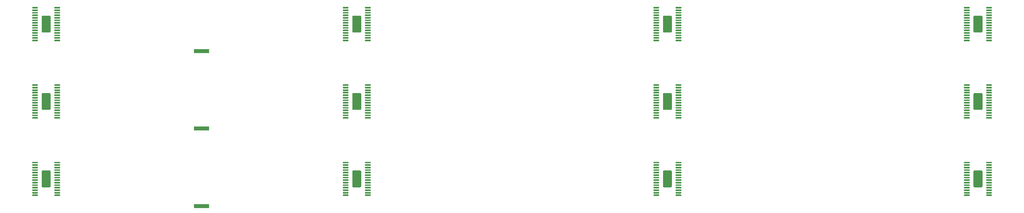
<source format=gbp>
G04 #@! TF.GenerationSoftware,KiCad,Pcbnew,(5.1.10)-1*
G04 #@! TF.CreationDate,2021-09-14T11:59:29-04:00*
G04 #@! TF.ProjectId,LED Wheel,4c454420-5768-4656-956c-2e6b69636164,rev?*
G04 #@! TF.SameCoordinates,Original*
G04 #@! TF.FileFunction,Paste,Bot*
G04 #@! TF.FilePolarity,Positive*
%FSLAX46Y46*%
G04 Gerber Fmt 4.6, Leading zero omitted, Abs format (unit mm)*
G04 Created by KiCad (PCBNEW (5.1.10)-1) date 2021-09-14 11:59:29*
%MOMM*%
%LPD*%
G01*
G04 APERTURE LIST*
%ADD10R,4.000000X1.000000*%
G04 APERTURE END LIST*
D10*
X125500000Y-120500000D03*
X125500000Y-140500000D03*
X125500000Y-160500000D03*
G36*
G01*
X86650000Y-111575000D02*
X86650000Y-115425000D01*
G75*
G02*
X86400000Y-115675000I-250000J0D01*
G01*
X84600000Y-115675000D01*
G75*
G02*
X84350000Y-115425000I0J250000D01*
G01*
X84350000Y-111575000D01*
G75*
G02*
X84600000Y-111325000I250000J0D01*
G01*
X86400000Y-111325000D01*
G75*
G02*
X86650000Y-111575000I0J-250000D01*
G01*
G37*
G36*
G01*
X83375000Y-109175000D02*
X83375000Y-109375000D01*
G75*
G02*
X83275000Y-109475000I-100000J0D01*
G01*
X82000000Y-109475000D01*
G75*
G02*
X81900000Y-109375000I0J100000D01*
G01*
X81900000Y-109175000D01*
G75*
G02*
X82000000Y-109075000I100000J0D01*
G01*
X83275000Y-109075000D01*
G75*
G02*
X83375000Y-109175000I0J-100000D01*
G01*
G37*
G36*
G01*
X83375000Y-109825000D02*
X83375000Y-110025000D01*
G75*
G02*
X83275000Y-110125000I-100000J0D01*
G01*
X82000000Y-110125000D01*
G75*
G02*
X81900000Y-110025000I0J100000D01*
G01*
X81900000Y-109825000D01*
G75*
G02*
X82000000Y-109725000I100000J0D01*
G01*
X83275000Y-109725000D01*
G75*
G02*
X83375000Y-109825000I0J-100000D01*
G01*
G37*
G36*
G01*
X83375000Y-110475000D02*
X83375000Y-110675000D01*
G75*
G02*
X83275000Y-110775000I-100000J0D01*
G01*
X82000000Y-110775000D01*
G75*
G02*
X81900000Y-110675000I0J100000D01*
G01*
X81900000Y-110475000D01*
G75*
G02*
X82000000Y-110375000I100000J0D01*
G01*
X83275000Y-110375000D01*
G75*
G02*
X83375000Y-110475000I0J-100000D01*
G01*
G37*
G36*
G01*
X83375000Y-111125000D02*
X83375000Y-111325000D01*
G75*
G02*
X83275000Y-111425000I-100000J0D01*
G01*
X82000000Y-111425000D01*
G75*
G02*
X81900000Y-111325000I0J100000D01*
G01*
X81900000Y-111125000D01*
G75*
G02*
X82000000Y-111025000I100000J0D01*
G01*
X83275000Y-111025000D01*
G75*
G02*
X83375000Y-111125000I0J-100000D01*
G01*
G37*
G36*
G01*
X83375000Y-111775000D02*
X83375000Y-111975000D01*
G75*
G02*
X83275000Y-112075000I-100000J0D01*
G01*
X82000000Y-112075000D01*
G75*
G02*
X81900000Y-111975000I0J100000D01*
G01*
X81900000Y-111775000D01*
G75*
G02*
X82000000Y-111675000I100000J0D01*
G01*
X83275000Y-111675000D01*
G75*
G02*
X83375000Y-111775000I0J-100000D01*
G01*
G37*
G36*
G01*
X83375000Y-112425000D02*
X83375000Y-112625000D01*
G75*
G02*
X83275000Y-112725000I-100000J0D01*
G01*
X82000000Y-112725000D01*
G75*
G02*
X81900000Y-112625000I0J100000D01*
G01*
X81900000Y-112425000D01*
G75*
G02*
X82000000Y-112325000I100000J0D01*
G01*
X83275000Y-112325000D01*
G75*
G02*
X83375000Y-112425000I0J-100000D01*
G01*
G37*
G36*
G01*
X83375000Y-113075000D02*
X83375000Y-113275000D01*
G75*
G02*
X83275000Y-113375000I-100000J0D01*
G01*
X82000000Y-113375000D01*
G75*
G02*
X81900000Y-113275000I0J100000D01*
G01*
X81900000Y-113075000D01*
G75*
G02*
X82000000Y-112975000I100000J0D01*
G01*
X83275000Y-112975000D01*
G75*
G02*
X83375000Y-113075000I0J-100000D01*
G01*
G37*
G36*
G01*
X83375000Y-113725000D02*
X83375000Y-113925000D01*
G75*
G02*
X83275000Y-114025000I-100000J0D01*
G01*
X82000000Y-114025000D01*
G75*
G02*
X81900000Y-113925000I0J100000D01*
G01*
X81900000Y-113725000D01*
G75*
G02*
X82000000Y-113625000I100000J0D01*
G01*
X83275000Y-113625000D01*
G75*
G02*
X83375000Y-113725000I0J-100000D01*
G01*
G37*
G36*
G01*
X83375000Y-114375000D02*
X83375000Y-114575000D01*
G75*
G02*
X83275000Y-114675000I-100000J0D01*
G01*
X82000000Y-114675000D01*
G75*
G02*
X81900000Y-114575000I0J100000D01*
G01*
X81900000Y-114375000D01*
G75*
G02*
X82000000Y-114275000I100000J0D01*
G01*
X83275000Y-114275000D01*
G75*
G02*
X83375000Y-114375000I0J-100000D01*
G01*
G37*
G36*
G01*
X83375000Y-115025000D02*
X83375000Y-115225000D01*
G75*
G02*
X83275000Y-115325000I-100000J0D01*
G01*
X82000000Y-115325000D01*
G75*
G02*
X81900000Y-115225000I0J100000D01*
G01*
X81900000Y-115025000D01*
G75*
G02*
X82000000Y-114925000I100000J0D01*
G01*
X83275000Y-114925000D01*
G75*
G02*
X83375000Y-115025000I0J-100000D01*
G01*
G37*
G36*
G01*
X83375000Y-115675000D02*
X83375000Y-115875000D01*
G75*
G02*
X83275000Y-115975000I-100000J0D01*
G01*
X82000000Y-115975000D01*
G75*
G02*
X81900000Y-115875000I0J100000D01*
G01*
X81900000Y-115675000D01*
G75*
G02*
X82000000Y-115575000I100000J0D01*
G01*
X83275000Y-115575000D01*
G75*
G02*
X83375000Y-115675000I0J-100000D01*
G01*
G37*
G36*
G01*
X83375000Y-116325000D02*
X83375000Y-116525000D01*
G75*
G02*
X83275000Y-116625000I-100000J0D01*
G01*
X82000000Y-116625000D01*
G75*
G02*
X81900000Y-116525000I0J100000D01*
G01*
X81900000Y-116325000D01*
G75*
G02*
X82000000Y-116225000I100000J0D01*
G01*
X83275000Y-116225000D01*
G75*
G02*
X83375000Y-116325000I0J-100000D01*
G01*
G37*
G36*
G01*
X83375000Y-116975000D02*
X83375000Y-117175000D01*
G75*
G02*
X83275000Y-117275000I-100000J0D01*
G01*
X82000000Y-117275000D01*
G75*
G02*
X81900000Y-117175000I0J100000D01*
G01*
X81900000Y-116975000D01*
G75*
G02*
X82000000Y-116875000I100000J0D01*
G01*
X83275000Y-116875000D01*
G75*
G02*
X83375000Y-116975000I0J-100000D01*
G01*
G37*
G36*
G01*
X83375000Y-117625000D02*
X83375000Y-117825000D01*
G75*
G02*
X83275000Y-117925000I-100000J0D01*
G01*
X82000000Y-117925000D01*
G75*
G02*
X81900000Y-117825000I0J100000D01*
G01*
X81900000Y-117625000D01*
G75*
G02*
X82000000Y-117525000I100000J0D01*
G01*
X83275000Y-117525000D01*
G75*
G02*
X83375000Y-117625000I0J-100000D01*
G01*
G37*
G36*
G01*
X89100000Y-117625000D02*
X89100000Y-117825000D01*
G75*
G02*
X89000000Y-117925000I-100000J0D01*
G01*
X87725000Y-117925000D01*
G75*
G02*
X87625000Y-117825000I0J100000D01*
G01*
X87625000Y-117625000D01*
G75*
G02*
X87725000Y-117525000I100000J0D01*
G01*
X89000000Y-117525000D01*
G75*
G02*
X89100000Y-117625000I0J-100000D01*
G01*
G37*
G36*
G01*
X89100000Y-116975000D02*
X89100000Y-117175000D01*
G75*
G02*
X89000000Y-117275000I-100000J0D01*
G01*
X87725000Y-117275000D01*
G75*
G02*
X87625000Y-117175000I0J100000D01*
G01*
X87625000Y-116975000D01*
G75*
G02*
X87725000Y-116875000I100000J0D01*
G01*
X89000000Y-116875000D01*
G75*
G02*
X89100000Y-116975000I0J-100000D01*
G01*
G37*
G36*
G01*
X89100000Y-116325000D02*
X89100000Y-116525000D01*
G75*
G02*
X89000000Y-116625000I-100000J0D01*
G01*
X87725000Y-116625000D01*
G75*
G02*
X87625000Y-116525000I0J100000D01*
G01*
X87625000Y-116325000D01*
G75*
G02*
X87725000Y-116225000I100000J0D01*
G01*
X89000000Y-116225000D01*
G75*
G02*
X89100000Y-116325000I0J-100000D01*
G01*
G37*
G36*
G01*
X89100000Y-115675000D02*
X89100000Y-115875000D01*
G75*
G02*
X89000000Y-115975000I-100000J0D01*
G01*
X87725000Y-115975000D01*
G75*
G02*
X87625000Y-115875000I0J100000D01*
G01*
X87625000Y-115675000D01*
G75*
G02*
X87725000Y-115575000I100000J0D01*
G01*
X89000000Y-115575000D01*
G75*
G02*
X89100000Y-115675000I0J-100000D01*
G01*
G37*
G36*
G01*
X89100000Y-115025000D02*
X89100000Y-115225000D01*
G75*
G02*
X89000000Y-115325000I-100000J0D01*
G01*
X87725000Y-115325000D01*
G75*
G02*
X87625000Y-115225000I0J100000D01*
G01*
X87625000Y-115025000D01*
G75*
G02*
X87725000Y-114925000I100000J0D01*
G01*
X89000000Y-114925000D01*
G75*
G02*
X89100000Y-115025000I0J-100000D01*
G01*
G37*
G36*
G01*
X89100000Y-114375000D02*
X89100000Y-114575000D01*
G75*
G02*
X89000000Y-114675000I-100000J0D01*
G01*
X87725000Y-114675000D01*
G75*
G02*
X87625000Y-114575000I0J100000D01*
G01*
X87625000Y-114375000D01*
G75*
G02*
X87725000Y-114275000I100000J0D01*
G01*
X89000000Y-114275000D01*
G75*
G02*
X89100000Y-114375000I0J-100000D01*
G01*
G37*
G36*
G01*
X89100000Y-113725000D02*
X89100000Y-113925000D01*
G75*
G02*
X89000000Y-114025000I-100000J0D01*
G01*
X87725000Y-114025000D01*
G75*
G02*
X87625000Y-113925000I0J100000D01*
G01*
X87625000Y-113725000D01*
G75*
G02*
X87725000Y-113625000I100000J0D01*
G01*
X89000000Y-113625000D01*
G75*
G02*
X89100000Y-113725000I0J-100000D01*
G01*
G37*
G36*
G01*
X89100000Y-113075000D02*
X89100000Y-113275000D01*
G75*
G02*
X89000000Y-113375000I-100000J0D01*
G01*
X87725000Y-113375000D01*
G75*
G02*
X87625000Y-113275000I0J100000D01*
G01*
X87625000Y-113075000D01*
G75*
G02*
X87725000Y-112975000I100000J0D01*
G01*
X89000000Y-112975000D01*
G75*
G02*
X89100000Y-113075000I0J-100000D01*
G01*
G37*
G36*
G01*
X89100000Y-112425000D02*
X89100000Y-112625000D01*
G75*
G02*
X89000000Y-112725000I-100000J0D01*
G01*
X87725000Y-112725000D01*
G75*
G02*
X87625000Y-112625000I0J100000D01*
G01*
X87625000Y-112425000D01*
G75*
G02*
X87725000Y-112325000I100000J0D01*
G01*
X89000000Y-112325000D01*
G75*
G02*
X89100000Y-112425000I0J-100000D01*
G01*
G37*
G36*
G01*
X89100000Y-111775000D02*
X89100000Y-111975000D01*
G75*
G02*
X89000000Y-112075000I-100000J0D01*
G01*
X87725000Y-112075000D01*
G75*
G02*
X87625000Y-111975000I0J100000D01*
G01*
X87625000Y-111775000D01*
G75*
G02*
X87725000Y-111675000I100000J0D01*
G01*
X89000000Y-111675000D01*
G75*
G02*
X89100000Y-111775000I0J-100000D01*
G01*
G37*
G36*
G01*
X89100000Y-111125000D02*
X89100000Y-111325000D01*
G75*
G02*
X89000000Y-111425000I-100000J0D01*
G01*
X87725000Y-111425000D01*
G75*
G02*
X87625000Y-111325000I0J100000D01*
G01*
X87625000Y-111125000D01*
G75*
G02*
X87725000Y-111025000I100000J0D01*
G01*
X89000000Y-111025000D01*
G75*
G02*
X89100000Y-111125000I0J-100000D01*
G01*
G37*
G36*
G01*
X89100000Y-110475000D02*
X89100000Y-110675000D01*
G75*
G02*
X89000000Y-110775000I-100000J0D01*
G01*
X87725000Y-110775000D01*
G75*
G02*
X87625000Y-110675000I0J100000D01*
G01*
X87625000Y-110475000D01*
G75*
G02*
X87725000Y-110375000I100000J0D01*
G01*
X89000000Y-110375000D01*
G75*
G02*
X89100000Y-110475000I0J-100000D01*
G01*
G37*
G36*
G01*
X89100000Y-109825000D02*
X89100000Y-110025000D01*
G75*
G02*
X89000000Y-110125000I-100000J0D01*
G01*
X87725000Y-110125000D01*
G75*
G02*
X87625000Y-110025000I0J100000D01*
G01*
X87625000Y-109825000D01*
G75*
G02*
X87725000Y-109725000I100000J0D01*
G01*
X89000000Y-109725000D01*
G75*
G02*
X89100000Y-109825000I0J-100000D01*
G01*
G37*
G36*
G01*
X89100000Y-109175000D02*
X89100000Y-109375000D01*
G75*
G02*
X89000000Y-109475000I-100000J0D01*
G01*
X87725000Y-109475000D01*
G75*
G02*
X87625000Y-109375000I0J100000D01*
G01*
X87625000Y-109175000D01*
G75*
G02*
X87725000Y-109075000I100000J0D01*
G01*
X89000000Y-109075000D01*
G75*
G02*
X89100000Y-109175000I0J-100000D01*
G01*
G37*
G36*
G01*
X246650000Y-111575000D02*
X246650000Y-115425000D01*
G75*
G02*
X246400000Y-115675000I-250000J0D01*
G01*
X244600000Y-115675000D01*
G75*
G02*
X244350000Y-115425000I0J250000D01*
G01*
X244350000Y-111575000D01*
G75*
G02*
X244600000Y-111325000I250000J0D01*
G01*
X246400000Y-111325000D01*
G75*
G02*
X246650000Y-111575000I0J-250000D01*
G01*
G37*
G36*
G01*
X243375000Y-109175000D02*
X243375000Y-109375000D01*
G75*
G02*
X243275000Y-109475000I-100000J0D01*
G01*
X242000000Y-109475000D01*
G75*
G02*
X241900000Y-109375000I0J100000D01*
G01*
X241900000Y-109175000D01*
G75*
G02*
X242000000Y-109075000I100000J0D01*
G01*
X243275000Y-109075000D01*
G75*
G02*
X243375000Y-109175000I0J-100000D01*
G01*
G37*
G36*
G01*
X243375000Y-109825000D02*
X243375000Y-110025000D01*
G75*
G02*
X243275000Y-110125000I-100000J0D01*
G01*
X242000000Y-110125000D01*
G75*
G02*
X241900000Y-110025000I0J100000D01*
G01*
X241900000Y-109825000D01*
G75*
G02*
X242000000Y-109725000I100000J0D01*
G01*
X243275000Y-109725000D01*
G75*
G02*
X243375000Y-109825000I0J-100000D01*
G01*
G37*
G36*
G01*
X243375000Y-110475000D02*
X243375000Y-110675000D01*
G75*
G02*
X243275000Y-110775000I-100000J0D01*
G01*
X242000000Y-110775000D01*
G75*
G02*
X241900000Y-110675000I0J100000D01*
G01*
X241900000Y-110475000D01*
G75*
G02*
X242000000Y-110375000I100000J0D01*
G01*
X243275000Y-110375000D01*
G75*
G02*
X243375000Y-110475000I0J-100000D01*
G01*
G37*
G36*
G01*
X243375000Y-111125000D02*
X243375000Y-111325000D01*
G75*
G02*
X243275000Y-111425000I-100000J0D01*
G01*
X242000000Y-111425000D01*
G75*
G02*
X241900000Y-111325000I0J100000D01*
G01*
X241900000Y-111125000D01*
G75*
G02*
X242000000Y-111025000I100000J0D01*
G01*
X243275000Y-111025000D01*
G75*
G02*
X243375000Y-111125000I0J-100000D01*
G01*
G37*
G36*
G01*
X243375000Y-111775000D02*
X243375000Y-111975000D01*
G75*
G02*
X243275000Y-112075000I-100000J0D01*
G01*
X242000000Y-112075000D01*
G75*
G02*
X241900000Y-111975000I0J100000D01*
G01*
X241900000Y-111775000D01*
G75*
G02*
X242000000Y-111675000I100000J0D01*
G01*
X243275000Y-111675000D01*
G75*
G02*
X243375000Y-111775000I0J-100000D01*
G01*
G37*
G36*
G01*
X243375000Y-112425000D02*
X243375000Y-112625000D01*
G75*
G02*
X243275000Y-112725000I-100000J0D01*
G01*
X242000000Y-112725000D01*
G75*
G02*
X241900000Y-112625000I0J100000D01*
G01*
X241900000Y-112425000D01*
G75*
G02*
X242000000Y-112325000I100000J0D01*
G01*
X243275000Y-112325000D01*
G75*
G02*
X243375000Y-112425000I0J-100000D01*
G01*
G37*
G36*
G01*
X243375000Y-113075000D02*
X243375000Y-113275000D01*
G75*
G02*
X243275000Y-113375000I-100000J0D01*
G01*
X242000000Y-113375000D01*
G75*
G02*
X241900000Y-113275000I0J100000D01*
G01*
X241900000Y-113075000D01*
G75*
G02*
X242000000Y-112975000I100000J0D01*
G01*
X243275000Y-112975000D01*
G75*
G02*
X243375000Y-113075000I0J-100000D01*
G01*
G37*
G36*
G01*
X243375000Y-113725000D02*
X243375000Y-113925000D01*
G75*
G02*
X243275000Y-114025000I-100000J0D01*
G01*
X242000000Y-114025000D01*
G75*
G02*
X241900000Y-113925000I0J100000D01*
G01*
X241900000Y-113725000D01*
G75*
G02*
X242000000Y-113625000I100000J0D01*
G01*
X243275000Y-113625000D01*
G75*
G02*
X243375000Y-113725000I0J-100000D01*
G01*
G37*
G36*
G01*
X243375000Y-114375000D02*
X243375000Y-114575000D01*
G75*
G02*
X243275000Y-114675000I-100000J0D01*
G01*
X242000000Y-114675000D01*
G75*
G02*
X241900000Y-114575000I0J100000D01*
G01*
X241900000Y-114375000D01*
G75*
G02*
X242000000Y-114275000I100000J0D01*
G01*
X243275000Y-114275000D01*
G75*
G02*
X243375000Y-114375000I0J-100000D01*
G01*
G37*
G36*
G01*
X243375000Y-115025000D02*
X243375000Y-115225000D01*
G75*
G02*
X243275000Y-115325000I-100000J0D01*
G01*
X242000000Y-115325000D01*
G75*
G02*
X241900000Y-115225000I0J100000D01*
G01*
X241900000Y-115025000D01*
G75*
G02*
X242000000Y-114925000I100000J0D01*
G01*
X243275000Y-114925000D01*
G75*
G02*
X243375000Y-115025000I0J-100000D01*
G01*
G37*
G36*
G01*
X243375000Y-115675000D02*
X243375000Y-115875000D01*
G75*
G02*
X243275000Y-115975000I-100000J0D01*
G01*
X242000000Y-115975000D01*
G75*
G02*
X241900000Y-115875000I0J100000D01*
G01*
X241900000Y-115675000D01*
G75*
G02*
X242000000Y-115575000I100000J0D01*
G01*
X243275000Y-115575000D01*
G75*
G02*
X243375000Y-115675000I0J-100000D01*
G01*
G37*
G36*
G01*
X243375000Y-116325000D02*
X243375000Y-116525000D01*
G75*
G02*
X243275000Y-116625000I-100000J0D01*
G01*
X242000000Y-116625000D01*
G75*
G02*
X241900000Y-116525000I0J100000D01*
G01*
X241900000Y-116325000D01*
G75*
G02*
X242000000Y-116225000I100000J0D01*
G01*
X243275000Y-116225000D01*
G75*
G02*
X243375000Y-116325000I0J-100000D01*
G01*
G37*
G36*
G01*
X243375000Y-116975000D02*
X243375000Y-117175000D01*
G75*
G02*
X243275000Y-117275000I-100000J0D01*
G01*
X242000000Y-117275000D01*
G75*
G02*
X241900000Y-117175000I0J100000D01*
G01*
X241900000Y-116975000D01*
G75*
G02*
X242000000Y-116875000I100000J0D01*
G01*
X243275000Y-116875000D01*
G75*
G02*
X243375000Y-116975000I0J-100000D01*
G01*
G37*
G36*
G01*
X243375000Y-117625000D02*
X243375000Y-117825000D01*
G75*
G02*
X243275000Y-117925000I-100000J0D01*
G01*
X242000000Y-117925000D01*
G75*
G02*
X241900000Y-117825000I0J100000D01*
G01*
X241900000Y-117625000D01*
G75*
G02*
X242000000Y-117525000I100000J0D01*
G01*
X243275000Y-117525000D01*
G75*
G02*
X243375000Y-117625000I0J-100000D01*
G01*
G37*
G36*
G01*
X249100000Y-117625000D02*
X249100000Y-117825000D01*
G75*
G02*
X249000000Y-117925000I-100000J0D01*
G01*
X247725000Y-117925000D01*
G75*
G02*
X247625000Y-117825000I0J100000D01*
G01*
X247625000Y-117625000D01*
G75*
G02*
X247725000Y-117525000I100000J0D01*
G01*
X249000000Y-117525000D01*
G75*
G02*
X249100000Y-117625000I0J-100000D01*
G01*
G37*
G36*
G01*
X249100000Y-116975000D02*
X249100000Y-117175000D01*
G75*
G02*
X249000000Y-117275000I-100000J0D01*
G01*
X247725000Y-117275000D01*
G75*
G02*
X247625000Y-117175000I0J100000D01*
G01*
X247625000Y-116975000D01*
G75*
G02*
X247725000Y-116875000I100000J0D01*
G01*
X249000000Y-116875000D01*
G75*
G02*
X249100000Y-116975000I0J-100000D01*
G01*
G37*
G36*
G01*
X249100000Y-116325000D02*
X249100000Y-116525000D01*
G75*
G02*
X249000000Y-116625000I-100000J0D01*
G01*
X247725000Y-116625000D01*
G75*
G02*
X247625000Y-116525000I0J100000D01*
G01*
X247625000Y-116325000D01*
G75*
G02*
X247725000Y-116225000I100000J0D01*
G01*
X249000000Y-116225000D01*
G75*
G02*
X249100000Y-116325000I0J-100000D01*
G01*
G37*
G36*
G01*
X249100000Y-115675000D02*
X249100000Y-115875000D01*
G75*
G02*
X249000000Y-115975000I-100000J0D01*
G01*
X247725000Y-115975000D01*
G75*
G02*
X247625000Y-115875000I0J100000D01*
G01*
X247625000Y-115675000D01*
G75*
G02*
X247725000Y-115575000I100000J0D01*
G01*
X249000000Y-115575000D01*
G75*
G02*
X249100000Y-115675000I0J-100000D01*
G01*
G37*
G36*
G01*
X249100000Y-115025000D02*
X249100000Y-115225000D01*
G75*
G02*
X249000000Y-115325000I-100000J0D01*
G01*
X247725000Y-115325000D01*
G75*
G02*
X247625000Y-115225000I0J100000D01*
G01*
X247625000Y-115025000D01*
G75*
G02*
X247725000Y-114925000I100000J0D01*
G01*
X249000000Y-114925000D01*
G75*
G02*
X249100000Y-115025000I0J-100000D01*
G01*
G37*
G36*
G01*
X249100000Y-114375000D02*
X249100000Y-114575000D01*
G75*
G02*
X249000000Y-114675000I-100000J0D01*
G01*
X247725000Y-114675000D01*
G75*
G02*
X247625000Y-114575000I0J100000D01*
G01*
X247625000Y-114375000D01*
G75*
G02*
X247725000Y-114275000I100000J0D01*
G01*
X249000000Y-114275000D01*
G75*
G02*
X249100000Y-114375000I0J-100000D01*
G01*
G37*
G36*
G01*
X249100000Y-113725000D02*
X249100000Y-113925000D01*
G75*
G02*
X249000000Y-114025000I-100000J0D01*
G01*
X247725000Y-114025000D01*
G75*
G02*
X247625000Y-113925000I0J100000D01*
G01*
X247625000Y-113725000D01*
G75*
G02*
X247725000Y-113625000I100000J0D01*
G01*
X249000000Y-113625000D01*
G75*
G02*
X249100000Y-113725000I0J-100000D01*
G01*
G37*
G36*
G01*
X249100000Y-113075000D02*
X249100000Y-113275000D01*
G75*
G02*
X249000000Y-113375000I-100000J0D01*
G01*
X247725000Y-113375000D01*
G75*
G02*
X247625000Y-113275000I0J100000D01*
G01*
X247625000Y-113075000D01*
G75*
G02*
X247725000Y-112975000I100000J0D01*
G01*
X249000000Y-112975000D01*
G75*
G02*
X249100000Y-113075000I0J-100000D01*
G01*
G37*
G36*
G01*
X249100000Y-112425000D02*
X249100000Y-112625000D01*
G75*
G02*
X249000000Y-112725000I-100000J0D01*
G01*
X247725000Y-112725000D01*
G75*
G02*
X247625000Y-112625000I0J100000D01*
G01*
X247625000Y-112425000D01*
G75*
G02*
X247725000Y-112325000I100000J0D01*
G01*
X249000000Y-112325000D01*
G75*
G02*
X249100000Y-112425000I0J-100000D01*
G01*
G37*
G36*
G01*
X249100000Y-111775000D02*
X249100000Y-111975000D01*
G75*
G02*
X249000000Y-112075000I-100000J0D01*
G01*
X247725000Y-112075000D01*
G75*
G02*
X247625000Y-111975000I0J100000D01*
G01*
X247625000Y-111775000D01*
G75*
G02*
X247725000Y-111675000I100000J0D01*
G01*
X249000000Y-111675000D01*
G75*
G02*
X249100000Y-111775000I0J-100000D01*
G01*
G37*
G36*
G01*
X249100000Y-111125000D02*
X249100000Y-111325000D01*
G75*
G02*
X249000000Y-111425000I-100000J0D01*
G01*
X247725000Y-111425000D01*
G75*
G02*
X247625000Y-111325000I0J100000D01*
G01*
X247625000Y-111125000D01*
G75*
G02*
X247725000Y-111025000I100000J0D01*
G01*
X249000000Y-111025000D01*
G75*
G02*
X249100000Y-111125000I0J-100000D01*
G01*
G37*
G36*
G01*
X249100000Y-110475000D02*
X249100000Y-110675000D01*
G75*
G02*
X249000000Y-110775000I-100000J0D01*
G01*
X247725000Y-110775000D01*
G75*
G02*
X247625000Y-110675000I0J100000D01*
G01*
X247625000Y-110475000D01*
G75*
G02*
X247725000Y-110375000I100000J0D01*
G01*
X249000000Y-110375000D01*
G75*
G02*
X249100000Y-110475000I0J-100000D01*
G01*
G37*
G36*
G01*
X249100000Y-109825000D02*
X249100000Y-110025000D01*
G75*
G02*
X249000000Y-110125000I-100000J0D01*
G01*
X247725000Y-110125000D01*
G75*
G02*
X247625000Y-110025000I0J100000D01*
G01*
X247625000Y-109825000D01*
G75*
G02*
X247725000Y-109725000I100000J0D01*
G01*
X249000000Y-109725000D01*
G75*
G02*
X249100000Y-109825000I0J-100000D01*
G01*
G37*
G36*
G01*
X249100000Y-109175000D02*
X249100000Y-109375000D01*
G75*
G02*
X249000000Y-109475000I-100000J0D01*
G01*
X247725000Y-109475000D01*
G75*
G02*
X247625000Y-109375000I0J100000D01*
G01*
X247625000Y-109175000D01*
G75*
G02*
X247725000Y-109075000I100000J0D01*
G01*
X249000000Y-109075000D01*
G75*
G02*
X249100000Y-109175000I0J-100000D01*
G01*
G37*
G36*
G01*
X166650000Y-111575000D02*
X166650000Y-115425000D01*
G75*
G02*
X166400000Y-115675000I-250000J0D01*
G01*
X164600000Y-115675000D01*
G75*
G02*
X164350000Y-115425000I0J250000D01*
G01*
X164350000Y-111575000D01*
G75*
G02*
X164600000Y-111325000I250000J0D01*
G01*
X166400000Y-111325000D01*
G75*
G02*
X166650000Y-111575000I0J-250000D01*
G01*
G37*
G36*
G01*
X163375000Y-109175000D02*
X163375000Y-109375000D01*
G75*
G02*
X163275000Y-109475000I-100000J0D01*
G01*
X162000000Y-109475000D01*
G75*
G02*
X161900000Y-109375000I0J100000D01*
G01*
X161900000Y-109175000D01*
G75*
G02*
X162000000Y-109075000I100000J0D01*
G01*
X163275000Y-109075000D01*
G75*
G02*
X163375000Y-109175000I0J-100000D01*
G01*
G37*
G36*
G01*
X163375000Y-109825000D02*
X163375000Y-110025000D01*
G75*
G02*
X163275000Y-110125000I-100000J0D01*
G01*
X162000000Y-110125000D01*
G75*
G02*
X161900000Y-110025000I0J100000D01*
G01*
X161900000Y-109825000D01*
G75*
G02*
X162000000Y-109725000I100000J0D01*
G01*
X163275000Y-109725000D01*
G75*
G02*
X163375000Y-109825000I0J-100000D01*
G01*
G37*
G36*
G01*
X163375000Y-110475000D02*
X163375000Y-110675000D01*
G75*
G02*
X163275000Y-110775000I-100000J0D01*
G01*
X162000000Y-110775000D01*
G75*
G02*
X161900000Y-110675000I0J100000D01*
G01*
X161900000Y-110475000D01*
G75*
G02*
X162000000Y-110375000I100000J0D01*
G01*
X163275000Y-110375000D01*
G75*
G02*
X163375000Y-110475000I0J-100000D01*
G01*
G37*
G36*
G01*
X163375000Y-111125000D02*
X163375000Y-111325000D01*
G75*
G02*
X163275000Y-111425000I-100000J0D01*
G01*
X162000000Y-111425000D01*
G75*
G02*
X161900000Y-111325000I0J100000D01*
G01*
X161900000Y-111125000D01*
G75*
G02*
X162000000Y-111025000I100000J0D01*
G01*
X163275000Y-111025000D01*
G75*
G02*
X163375000Y-111125000I0J-100000D01*
G01*
G37*
G36*
G01*
X163375000Y-111775000D02*
X163375000Y-111975000D01*
G75*
G02*
X163275000Y-112075000I-100000J0D01*
G01*
X162000000Y-112075000D01*
G75*
G02*
X161900000Y-111975000I0J100000D01*
G01*
X161900000Y-111775000D01*
G75*
G02*
X162000000Y-111675000I100000J0D01*
G01*
X163275000Y-111675000D01*
G75*
G02*
X163375000Y-111775000I0J-100000D01*
G01*
G37*
G36*
G01*
X163375000Y-112425000D02*
X163375000Y-112625000D01*
G75*
G02*
X163275000Y-112725000I-100000J0D01*
G01*
X162000000Y-112725000D01*
G75*
G02*
X161900000Y-112625000I0J100000D01*
G01*
X161900000Y-112425000D01*
G75*
G02*
X162000000Y-112325000I100000J0D01*
G01*
X163275000Y-112325000D01*
G75*
G02*
X163375000Y-112425000I0J-100000D01*
G01*
G37*
G36*
G01*
X163375000Y-113075000D02*
X163375000Y-113275000D01*
G75*
G02*
X163275000Y-113375000I-100000J0D01*
G01*
X162000000Y-113375000D01*
G75*
G02*
X161900000Y-113275000I0J100000D01*
G01*
X161900000Y-113075000D01*
G75*
G02*
X162000000Y-112975000I100000J0D01*
G01*
X163275000Y-112975000D01*
G75*
G02*
X163375000Y-113075000I0J-100000D01*
G01*
G37*
G36*
G01*
X163375000Y-113725000D02*
X163375000Y-113925000D01*
G75*
G02*
X163275000Y-114025000I-100000J0D01*
G01*
X162000000Y-114025000D01*
G75*
G02*
X161900000Y-113925000I0J100000D01*
G01*
X161900000Y-113725000D01*
G75*
G02*
X162000000Y-113625000I100000J0D01*
G01*
X163275000Y-113625000D01*
G75*
G02*
X163375000Y-113725000I0J-100000D01*
G01*
G37*
G36*
G01*
X163375000Y-114375000D02*
X163375000Y-114575000D01*
G75*
G02*
X163275000Y-114675000I-100000J0D01*
G01*
X162000000Y-114675000D01*
G75*
G02*
X161900000Y-114575000I0J100000D01*
G01*
X161900000Y-114375000D01*
G75*
G02*
X162000000Y-114275000I100000J0D01*
G01*
X163275000Y-114275000D01*
G75*
G02*
X163375000Y-114375000I0J-100000D01*
G01*
G37*
G36*
G01*
X163375000Y-115025000D02*
X163375000Y-115225000D01*
G75*
G02*
X163275000Y-115325000I-100000J0D01*
G01*
X162000000Y-115325000D01*
G75*
G02*
X161900000Y-115225000I0J100000D01*
G01*
X161900000Y-115025000D01*
G75*
G02*
X162000000Y-114925000I100000J0D01*
G01*
X163275000Y-114925000D01*
G75*
G02*
X163375000Y-115025000I0J-100000D01*
G01*
G37*
G36*
G01*
X163375000Y-115675000D02*
X163375000Y-115875000D01*
G75*
G02*
X163275000Y-115975000I-100000J0D01*
G01*
X162000000Y-115975000D01*
G75*
G02*
X161900000Y-115875000I0J100000D01*
G01*
X161900000Y-115675000D01*
G75*
G02*
X162000000Y-115575000I100000J0D01*
G01*
X163275000Y-115575000D01*
G75*
G02*
X163375000Y-115675000I0J-100000D01*
G01*
G37*
G36*
G01*
X163375000Y-116325000D02*
X163375000Y-116525000D01*
G75*
G02*
X163275000Y-116625000I-100000J0D01*
G01*
X162000000Y-116625000D01*
G75*
G02*
X161900000Y-116525000I0J100000D01*
G01*
X161900000Y-116325000D01*
G75*
G02*
X162000000Y-116225000I100000J0D01*
G01*
X163275000Y-116225000D01*
G75*
G02*
X163375000Y-116325000I0J-100000D01*
G01*
G37*
G36*
G01*
X163375000Y-116975000D02*
X163375000Y-117175000D01*
G75*
G02*
X163275000Y-117275000I-100000J0D01*
G01*
X162000000Y-117275000D01*
G75*
G02*
X161900000Y-117175000I0J100000D01*
G01*
X161900000Y-116975000D01*
G75*
G02*
X162000000Y-116875000I100000J0D01*
G01*
X163275000Y-116875000D01*
G75*
G02*
X163375000Y-116975000I0J-100000D01*
G01*
G37*
G36*
G01*
X163375000Y-117625000D02*
X163375000Y-117825000D01*
G75*
G02*
X163275000Y-117925000I-100000J0D01*
G01*
X162000000Y-117925000D01*
G75*
G02*
X161900000Y-117825000I0J100000D01*
G01*
X161900000Y-117625000D01*
G75*
G02*
X162000000Y-117525000I100000J0D01*
G01*
X163275000Y-117525000D01*
G75*
G02*
X163375000Y-117625000I0J-100000D01*
G01*
G37*
G36*
G01*
X169100000Y-117625000D02*
X169100000Y-117825000D01*
G75*
G02*
X169000000Y-117925000I-100000J0D01*
G01*
X167725000Y-117925000D01*
G75*
G02*
X167625000Y-117825000I0J100000D01*
G01*
X167625000Y-117625000D01*
G75*
G02*
X167725000Y-117525000I100000J0D01*
G01*
X169000000Y-117525000D01*
G75*
G02*
X169100000Y-117625000I0J-100000D01*
G01*
G37*
G36*
G01*
X169100000Y-116975000D02*
X169100000Y-117175000D01*
G75*
G02*
X169000000Y-117275000I-100000J0D01*
G01*
X167725000Y-117275000D01*
G75*
G02*
X167625000Y-117175000I0J100000D01*
G01*
X167625000Y-116975000D01*
G75*
G02*
X167725000Y-116875000I100000J0D01*
G01*
X169000000Y-116875000D01*
G75*
G02*
X169100000Y-116975000I0J-100000D01*
G01*
G37*
G36*
G01*
X169100000Y-116325000D02*
X169100000Y-116525000D01*
G75*
G02*
X169000000Y-116625000I-100000J0D01*
G01*
X167725000Y-116625000D01*
G75*
G02*
X167625000Y-116525000I0J100000D01*
G01*
X167625000Y-116325000D01*
G75*
G02*
X167725000Y-116225000I100000J0D01*
G01*
X169000000Y-116225000D01*
G75*
G02*
X169100000Y-116325000I0J-100000D01*
G01*
G37*
G36*
G01*
X169100000Y-115675000D02*
X169100000Y-115875000D01*
G75*
G02*
X169000000Y-115975000I-100000J0D01*
G01*
X167725000Y-115975000D01*
G75*
G02*
X167625000Y-115875000I0J100000D01*
G01*
X167625000Y-115675000D01*
G75*
G02*
X167725000Y-115575000I100000J0D01*
G01*
X169000000Y-115575000D01*
G75*
G02*
X169100000Y-115675000I0J-100000D01*
G01*
G37*
G36*
G01*
X169100000Y-115025000D02*
X169100000Y-115225000D01*
G75*
G02*
X169000000Y-115325000I-100000J0D01*
G01*
X167725000Y-115325000D01*
G75*
G02*
X167625000Y-115225000I0J100000D01*
G01*
X167625000Y-115025000D01*
G75*
G02*
X167725000Y-114925000I100000J0D01*
G01*
X169000000Y-114925000D01*
G75*
G02*
X169100000Y-115025000I0J-100000D01*
G01*
G37*
G36*
G01*
X169100000Y-114375000D02*
X169100000Y-114575000D01*
G75*
G02*
X169000000Y-114675000I-100000J0D01*
G01*
X167725000Y-114675000D01*
G75*
G02*
X167625000Y-114575000I0J100000D01*
G01*
X167625000Y-114375000D01*
G75*
G02*
X167725000Y-114275000I100000J0D01*
G01*
X169000000Y-114275000D01*
G75*
G02*
X169100000Y-114375000I0J-100000D01*
G01*
G37*
G36*
G01*
X169100000Y-113725000D02*
X169100000Y-113925000D01*
G75*
G02*
X169000000Y-114025000I-100000J0D01*
G01*
X167725000Y-114025000D01*
G75*
G02*
X167625000Y-113925000I0J100000D01*
G01*
X167625000Y-113725000D01*
G75*
G02*
X167725000Y-113625000I100000J0D01*
G01*
X169000000Y-113625000D01*
G75*
G02*
X169100000Y-113725000I0J-100000D01*
G01*
G37*
G36*
G01*
X169100000Y-113075000D02*
X169100000Y-113275000D01*
G75*
G02*
X169000000Y-113375000I-100000J0D01*
G01*
X167725000Y-113375000D01*
G75*
G02*
X167625000Y-113275000I0J100000D01*
G01*
X167625000Y-113075000D01*
G75*
G02*
X167725000Y-112975000I100000J0D01*
G01*
X169000000Y-112975000D01*
G75*
G02*
X169100000Y-113075000I0J-100000D01*
G01*
G37*
G36*
G01*
X169100000Y-112425000D02*
X169100000Y-112625000D01*
G75*
G02*
X169000000Y-112725000I-100000J0D01*
G01*
X167725000Y-112725000D01*
G75*
G02*
X167625000Y-112625000I0J100000D01*
G01*
X167625000Y-112425000D01*
G75*
G02*
X167725000Y-112325000I100000J0D01*
G01*
X169000000Y-112325000D01*
G75*
G02*
X169100000Y-112425000I0J-100000D01*
G01*
G37*
G36*
G01*
X169100000Y-111775000D02*
X169100000Y-111975000D01*
G75*
G02*
X169000000Y-112075000I-100000J0D01*
G01*
X167725000Y-112075000D01*
G75*
G02*
X167625000Y-111975000I0J100000D01*
G01*
X167625000Y-111775000D01*
G75*
G02*
X167725000Y-111675000I100000J0D01*
G01*
X169000000Y-111675000D01*
G75*
G02*
X169100000Y-111775000I0J-100000D01*
G01*
G37*
G36*
G01*
X169100000Y-111125000D02*
X169100000Y-111325000D01*
G75*
G02*
X169000000Y-111425000I-100000J0D01*
G01*
X167725000Y-111425000D01*
G75*
G02*
X167625000Y-111325000I0J100000D01*
G01*
X167625000Y-111125000D01*
G75*
G02*
X167725000Y-111025000I100000J0D01*
G01*
X169000000Y-111025000D01*
G75*
G02*
X169100000Y-111125000I0J-100000D01*
G01*
G37*
G36*
G01*
X169100000Y-110475000D02*
X169100000Y-110675000D01*
G75*
G02*
X169000000Y-110775000I-100000J0D01*
G01*
X167725000Y-110775000D01*
G75*
G02*
X167625000Y-110675000I0J100000D01*
G01*
X167625000Y-110475000D01*
G75*
G02*
X167725000Y-110375000I100000J0D01*
G01*
X169000000Y-110375000D01*
G75*
G02*
X169100000Y-110475000I0J-100000D01*
G01*
G37*
G36*
G01*
X169100000Y-109825000D02*
X169100000Y-110025000D01*
G75*
G02*
X169000000Y-110125000I-100000J0D01*
G01*
X167725000Y-110125000D01*
G75*
G02*
X167625000Y-110025000I0J100000D01*
G01*
X167625000Y-109825000D01*
G75*
G02*
X167725000Y-109725000I100000J0D01*
G01*
X169000000Y-109725000D01*
G75*
G02*
X169100000Y-109825000I0J-100000D01*
G01*
G37*
G36*
G01*
X169100000Y-109175000D02*
X169100000Y-109375000D01*
G75*
G02*
X169000000Y-109475000I-100000J0D01*
G01*
X167725000Y-109475000D01*
G75*
G02*
X167625000Y-109375000I0J100000D01*
G01*
X167625000Y-109175000D01*
G75*
G02*
X167725000Y-109075000I100000J0D01*
G01*
X169000000Y-109075000D01*
G75*
G02*
X169100000Y-109175000I0J-100000D01*
G01*
G37*
G36*
G01*
X326650000Y-111575000D02*
X326650000Y-115425000D01*
G75*
G02*
X326400000Y-115675000I-250000J0D01*
G01*
X324600000Y-115675000D01*
G75*
G02*
X324350000Y-115425000I0J250000D01*
G01*
X324350000Y-111575000D01*
G75*
G02*
X324600000Y-111325000I250000J0D01*
G01*
X326400000Y-111325000D01*
G75*
G02*
X326650000Y-111575000I0J-250000D01*
G01*
G37*
G36*
G01*
X323375000Y-109175000D02*
X323375000Y-109375000D01*
G75*
G02*
X323275000Y-109475000I-100000J0D01*
G01*
X322000000Y-109475000D01*
G75*
G02*
X321900000Y-109375000I0J100000D01*
G01*
X321900000Y-109175000D01*
G75*
G02*
X322000000Y-109075000I100000J0D01*
G01*
X323275000Y-109075000D01*
G75*
G02*
X323375000Y-109175000I0J-100000D01*
G01*
G37*
G36*
G01*
X323375000Y-109825000D02*
X323375000Y-110025000D01*
G75*
G02*
X323275000Y-110125000I-100000J0D01*
G01*
X322000000Y-110125000D01*
G75*
G02*
X321900000Y-110025000I0J100000D01*
G01*
X321900000Y-109825000D01*
G75*
G02*
X322000000Y-109725000I100000J0D01*
G01*
X323275000Y-109725000D01*
G75*
G02*
X323375000Y-109825000I0J-100000D01*
G01*
G37*
G36*
G01*
X323375000Y-110475000D02*
X323375000Y-110675000D01*
G75*
G02*
X323275000Y-110775000I-100000J0D01*
G01*
X322000000Y-110775000D01*
G75*
G02*
X321900000Y-110675000I0J100000D01*
G01*
X321900000Y-110475000D01*
G75*
G02*
X322000000Y-110375000I100000J0D01*
G01*
X323275000Y-110375000D01*
G75*
G02*
X323375000Y-110475000I0J-100000D01*
G01*
G37*
G36*
G01*
X323375000Y-111125000D02*
X323375000Y-111325000D01*
G75*
G02*
X323275000Y-111425000I-100000J0D01*
G01*
X322000000Y-111425000D01*
G75*
G02*
X321900000Y-111325000I0J100000D01*
G01*
X321900000Y-111125000D01*
G75*
G02*
X322000000Y-111025000I100000J0D01*
G01*
X323275000Y-111025000D01*
G75*
G02*
X323375000Y-111125000I0J-100000D01*
G01*
G37*
G36*
G01*
X323375000Y-111775000D02*
X323375000Y-111975000D01*
G75*
G02*
X323275000Y-112075000I-100000J0D01*
G01*
X322000000Y-112075000D01*
G75*
G02*
X321900000Y-111975000I0J100000D01*
G01*
X321900000Y-111775000D01*
G75*
G02*
X322000000Y-111675000I100000J0D01*
G01*
X323275000Y-111675000D01*
G75*
G02*
X323375000Y-111775000I0J-100000D01*
G01*
G37*
G36*
G01*
X323375000Y-112425000D02*
X323375000Y-112625000D01*
G75*
G02*
X323275000Y-112725000I-100000J0D01*
G01*
X322000000Y-112725000D01*
G75*
G02*
X321900000Y-112625000I0J100000D01*
G01*
X321900000Y-112425000D01*
G75*
G02*
X322000000Y-112325000I100000J0D01*
G01*
X323275000Y-112325000D01*
G75*
G02*
X323375000Y-112425000I0J-100000D01*
G01*
G37*
G36*
G01*
X323375000Y-113075000D02*
X323375000Y-113275000D01*
G75*
G02*
X323275000Y-113375000I-100000J0D01*
G01*
X322000000Y-113375000D01*
G75*
G02*
X321900000Y-113275000I0J100000D01*
G01*
X321900000Y-113075000D01*
G75*
G02*
X322000000Y-112975000I100000J0D01*
G01*
X323275000Y-112975000D01*
G75*
G02*
X323375000Y-113075000I0J-100000D01*
G01*
G37*
G36*
G01*
X323375000Y-113725000D02*
X323375000Y-113925000D01*
G75*
G02*
X323275000Y-114025000I-100000J0D01*
G01*
X322000000Y-114025000D01*
G75*
G02*
X321900000Y-113925000I0J100000D01*
G01*
X321900000Y-113725000D01*
G75*
G02*
X322000000Y-113625000I100000J0D01*
G01*
X323275000Y-113625000D01*
G75*
G02*
X323375000Y-113725000I0J-100000D01*
G01*
G37*
G36*
G01*
X323375000Y-114375000D02*
X323375000Y-114575000D01*
G75*
G02*
X323275000Y-114675000I-100000J0D01*
G01*
X322000000Y-114675000D01*
G75*
G02*
X321900000Y-114575000I0J100000D01*
G01*
X321900000Y-114375000D01*
G75*
G02*
X322000000Y-114275000I100000J0D01*
G01*
X323275000Y-114275000D01*
G75*
G02*
X323375000Y-114375000I0J-100000D01*
G01*
G37*
G36*
G01*
X323375000Y-115025000D02*
X323375000Y-115225000D01*
G75*
G02*
X323275000Y-115325000I-100000J0D01*
G01*
X322000000Y-115325000D01*
G75*
G02*
X321900000Y-115225000I0J100000D01*
G01*
X321900000Y-115025000D01*
G75*
G02*
X322000000Y-114925000I100000J0D01*
G01*
X323275000Y-114925000D01*
G75*
G02*
X323375000Y-115025000I0J-100000D01*
G01*
G37*
G36*
G01*
X323375000Y-115675000D02*
X323375000Y-115875000D01*
G75*
G02*
X323275000Y-115975000I-100000J0D01*
G01*
X322000000Y-115975000D01*
G75*
G02*
X321900000Y-115875000I0J100000D01*
G01*
X321900000Y-115675000D01*
G75*
G02*
X322000000Y-115575000I100000J0D01*
G01*
X323275000Y-115575000D01*
G75*
G02*
X323375000Y-115675000I0J-100000D01*
G01*
G37*
G36*
G01*
X323375000Y-116325000D02*
X323375000Y-116525000D01*
G75*
G02*
X323275000Y-116625000I-100000J0D01*
G01*
X322000000Y-116625000D01*
G75*
G02*
X321900000Y-116525000I0J100000D01*
G01*
X321900000Y-116325000D01*
G75*
G02*
X322000000Y-116225000I100000J0D01*
G01*
X323275000Y-116225000D01*
G75*
G02*
X323375000Y-116325000I0J-100000D01*
G01*
G37*
G36*
G01*
X323375000Y-116975000D02*
X323375000Y-117175000D01*
G75*
G02*
X323275000Y-117275000I-100000J0D01*
G01*
X322000000Y-117275000D01*
G75*
G02*
X321900000Y-117175000I0J100000D01*
G01*
X321900000Y-116975000D01*
G75*
G02*
X322000000Y-116875000I100000J0D01*
G01*
X323275000Y-116875000D01*
G75*
G02*
X323375000Y-116975000I0J-100000D01*
G01*
G37*
G36*
G01*
X323375000Y-117625000D02*
X323375000Y-117825000D01*
G75*
G02*
X323275000Y-117925000I-100000J0D01*
G01*
X322000000Y-117925000D01*
G75*
G02*
X321900000Y-117825000I0J100000D01*
G01*
X321900000Y-117625000D01*
G75*
G02*
X322000000Y-117525000I100000J0D01*
G01*
X323275000Y-117525000D01*
G75*
G02*
X323375000Y-117625000I0J-100000D01*
G01*
G37*
G36*
G01*
X329100000Y-117625000D02*
X329100000Y-117825000D01*
G75*
G02*
X329000000Y-117925000I-100000J0D01*
G01*
X327725000Y-117925000D01*
G75*
G02*
X327625000Y-117825000I0J100000D01*
G01*
X327625000Y-117625000D01*
G75*
G02*
X327725000Y-117525000I100000J0D01*
G01*
X329000000Y-117525000D01*
G75*
G02*
X329100000Y-117625000I0J-100000D01*
G01*
G37*
G36*
G01*
X329100000Y-116975000D02*
X329100000Y-117175000D01*
G75*
G02*
X329000000Y-117275000I-100000J0D01*
G01*
X327725000Y-117275000D01*
G75*
G02*
X327625000Y-117175000I0J100000D01*
G01*
X327625000Y-116975000D01*
G75*
G02*
X327725000Y-116875000I100000J0D01*
G01*
X329000000Y-116875000D01*
G75*
G02*
X329100000Y-116975000I0J-100000D01*
G01*
G37*
G36*
G01*
X329100000Y-116325000D02*
X329100000Y-116525000D01*
G75*
G02*
X329000000Y-116625000I-100000J0D01*
G01*
X327725000Y-116625000D01*
G75*
G02*
X327625000Y-116525000I0J100000D01*
G01*
X327625000Y-116325000D01*
G75*
G02*
X327725000Y-116225000I100000J0D01*
G01*
X329000000Y-116225000D01*
G75*
G02*
X329100000Y-116325000I0J-100000D01*
G01*
G37*
G36*
G01*
X329100000Y-115675000D02*
X329100000Y-115875000D01*
G75*
G02*
X329000000Y-115975000I-100000J0D01*
G01*
X327725000Y-115975000D01*
G75*
G02*
X327625000Y-115875000I0J100000D01*
G01*
X327625000Y-115675000D01*
G75*
G02*
X327725000Y-115575000I100000J0D01*
G01*
X329000000Y-115575000D01*
G75*
G02*
X329100000Y-115675000I0J-100000D01*
G01*
G37*
G36*
G01*
X329100000Y-115025000D02*
X329100000Y-115225000D01*
G75*
G02*
X329000000Y-115325000I-100000J0D01*
G01*
X327725000Y-115325000D01*
G75*
G02*
X327625000Y-115225000I0J100000D01*
G01*
X327625000Y-115025000D01*
G75*
G02*
X327725000Y-114925000I100000J0D01*
G01*
X329000000Y-114925000D01*
G75*
G02*
X329100000Y-115025000I0J-100000D01*
G01*
G37*
G36*
G01*
X329100000Y-114375000D02*
X329100000Y-114575000D01*
G75*
G02*
X329000000Y-114675000I-100000J0D01*
G01*
X327725000Y-114675000D01*
G75*
G02*
X327625000Y-114575000I0J100000D01*
G01*
X327625000Y-114375000D01*
G75*
G02*
X327725000Y-114275000I100000J0D01*
G01*
X329000000Y-114275000D01*
G75*
G02*
X329100000Y-114375000I0J-100000D01*
G01*
G37*
G36*
G01*
X329100000Y-113725000D02*
X329100000Y-113925000D01*
G75*
G02*
X329000000Y-114025000I-100000J0D01*
G01*
X327725000Y-114025000D01*
G75*
G02*
X327625000Y-113925000I0J100000D01*
G01*
X327625000Y-113725000D01*
G75*
G02*
X327725000Y-113625000I100000J0D01*
G01*
X329000000Y-113625000D01*
G75*
G02*
X329100000Y-113725000I0J-100000D01*
G01*
G37*
G36*
G01*
X329100000Y-113075000D02*
X329100000Y-113275000D01*
G75*
G02*
X329000000Y-113375000I-100000J0D01*
G01*
X327725000Y-113375000D01*
G75*
G02*
X327625000Y-113275000I0J100000D01*
G01*
X327625000Y-113075000D01*
G75*
G02*
X327725000Y-112975000I100000J0D01*
G01*
X329000000Y-112975000D01*
G75*
G02*
X329100000Y-113075000I0J-100000D01*
G01*
G37*
G36*
G01*
X329100000Y-112425000D02*
X329100000Y-112625000D01*
G75*
G02*
X329000000Y-112725000I-100000J0D01*
G01*
X327725000Y-112725000D01*
G75*
G02*
X327625000Y-112625000I0J100000D01*
G01*
X327625000Y-112425000D01*
G75*
G02*
X327725000Y-112325000I100000J0D01*
G01*
X329000000Y-112325000D01*
G75*
G02*
X329100000Y-112425000I0J-100000D01*
G01*
G37*
G36*
G01*
X329100000Y-111775000D02*
X329100000Y-111975000D01*
G75*
G02*
X329000000Y-112075000I-100000J0D01*
G01*
X327725000Y-112075000D01*
G75*
G02*
X327625000Y-111975000I0J100000D01*
G01*
X327625000Y-111775000D01*
G75*
G02*
X327725000Y-111675000I100000J0D01*
G01*
X329000000Y-111675000D01*
G75*
G02*
X329100000Y-111775000I0J-100000D01*
G01*
G37*
G36*
G01*
X329100000Y-111125000D02*
X329100000Y-111325000D01*
G75*
G02*
X329000000Y-111425000I-100000J0D01*
G01*
X327725000Y-111425000D01*
G75*
G02*
X327625000Y-111325000I0J100000D01*
G01*
X327625000Y-111125000D01*
G75*
G02*
X327725000Y-111025000I100000J0D01*
G01*
X329000000Y-111025000D01*
G75*
G02*
X329100000Y-111125000I0J-100000D01*
G01*
G37*
G36*
G01*
X329100000Y-110475000D02*
X329100000Y-110675000D01*
G75*
G02*
X329000000Y-110775000I-100000J0D01*
G01*
X327725000Y-110775000D01*
G75*
G02*
X327625000Y-110675000I0J100000D01*
G01*
X327625000Y-110475000D01*
G75*
G02*
X327725000Y-110375000I100000J0D01*
G01*
X329000000Y-110375000D01*
G75*
G02*
X329100000Y-110475000I0J-100000D01*
G01*
G37*
G36*
G01*
X329100000Y-109825000D02*
X329100000Y-110025000D01*
G75*
G02*
X329000000Y-110125000I-100000J0D01*
G01*
X327725000Y-110125000D01*
G75*
G02*
X327625000Y-110025000I0J100000D01*
G01*
X327625000Y-109825000D01*
G75*
G02*
X327725000Y-109725000I100000J0D01*
G01*
X329000000Y-109725000D01*
G75*
G02*
X329100000Y-109825000I0J-100000D01*
G01*
G37*
G36*
G01*
X329100000Y-109175000D02*
X329100000Y-109375000D01*
G75*
G02*
X329000000Y-109475000I-100000J0D01*
G01*
X327725000Y-109475000D01*
G75*
G02*
X327625000Y-109375000I0J100000D01*
G01*
X327625000Y-109175000D01*
G75*
G02*
X327725000Y-109075000I100000J0D01*
G01*
X329000000Y-109075000D01*
G75*
G02*
X329100000Y-109175000I0J-100000D01*
G01*
G37*
G36*
G01*
X86650000Y-151575000D02*
X86650000Y-155425000D01*
G75*
G02*
X86400000Y-155675000I-250000J0D01*
G01*
X84600000Y-155675000D01*
G75*
G02*
X84350000Y-155425000I0J250000D01*
G01*
X84350000Y-151575000D01*
G75*
G02*
X84600000Y-151325000I250000J0D01*
G01*
X86400000Y-151325000D01*
G75*
G02*
X86650000Y-151575000I0J-250000D01*
G01*
G37*
G36*
G01*
X83375000Y-149175000D02*
X83375000Y-149375000D01*
G75*
G02*
X83275000Y-149475000I-100000J0D01*
G01*
X82000000Y-149475000D01*
G75*
G02*
X81900000Y-149375000I0J100000D01*
G01*
X81900000Y-149175000D01*
G75*
G02*
X82000000Y-149075000I100000J0D01*
G01*
X83275000Y-149075000D01*
G75*
G02*
X83375000Y-149175000I0J-100000D01*
G01*
G37*
G36*
G01*
X83375000Y-149825000D02*
X83375000Y-150025000D01*
G75*
G02*
X83275000Y-150125000I-100000J0D01*
G01*
X82000000Y-150125000D01*
G75*
G02*
X81900000Y-150025000I0J100000D01*
G01*
X81900000Y-149825000D01*
G75*
G02*
X82000000Y-149725000I100000J0D01*
G01*
X83275000Y-149725000D01*
G75*
G02*
X83375000Y-149825000I0J-100000D01*
G01*
G37*
G36*
G01*
X83375000Y-150475000D02*
X83375000Y-150675000D01*
G75*
G02*
X83275000Y-150775000I-100000J0D01*
G01*
X82000000Y-150775000D01*
G75*
G02*
X81900000Y-150675000I0J100000D01*
G01*
X81900000Y-150475000D01*
G75*
G02*
X82000000Y-150375000I100000J0D01*
G01*
X83275000Y-150375000D01*
G75*
G02*
X83375000Y-150475000I0J-100000D01*
G01*
G37*
G36*
G01*
X83375000Y-151125000D02*
X83375000Y-151325000D01*
G75*
G02*
X83275000Y-151425000I-100000J0D01*
G01*
X82000000Y-151425000D01*
G75*
G02*
X81900000Y-151325000I0J100000D01*
G01*
X81900000Y-151125000D01*
G75*
G02*
X82000000Y-151025000I100000J0D01*
G01*
X83275000Y-151025000D01*
G75*
G02*
X83375000Y-151125000I0J-100000D01*
G01*
G37*
G36*
G01*
X83375000Y-151775000D02*
X83375000Y-151975000D01*
G75*
G02*
X83275000Y-152075000I-100000J0D01*
G01*
X82000000Y-152075000D01*
G75*
G02*
X81900000Y-151975000I0J100000D01*
G01*
X81900000Y-151775000D01*
G75*
G02*
X82000000Y-151675000I100000J0D01*
G01*
X83275000Y-151675000D01*
G75*
G02*
X83375000Y-151775000I0J-100000D01*
G01*
G37*
G36*
G01*
X83375000Y-152425000D02*
X83375000Y-152625000D01*
G75*
G02*
X83275000Y-152725000I-100000J0D01*
G01*
X82000000Y-152725000D01*
G75*
G02*
X81900000Y-152625000I0J100000D01*
G01*
X81900000Y-152425000D01*
G75*
G02*
X82000000Y-152325000I100000J0D01*
G01*
X83275000Y-152325000D01*
G75*
G02*
X83375000Y-152425000I0J-100000D01*
G01*
G37*
G36*
G01*
X83375000Y-153075000D02*
X83375000Y-153275000D01*
G75*
G02*
X83275000Y-153375000I-100000J0D01*
G01*
X82000000Y-153375000D01*
G75*
G02*
X81900000Y-153275000I0J100000D01*
G01*
X81900000Y-153075000D01*
G75*
G02*
X82000000Y-152975000I100000J0D01*
G01*
X83275000Y-152975000D01*
G75*
G02*
X83375000Y-153075000I0J-100000D01*
G01*
G37*
G36*
G01*
X83375000Y-153725000D02*
X83375000Y-153925000D01*
G75*
G02*
X83275000Y-154025000I-100000J0D01*
G01*
X82000000Y-154025000D01*
G75*
G02*
X81900000Y-153925000I0J100000D01*
G01*
X81900000Y-153725000D01*
G75*
G02*
X82000000Y-153625000I100000J0D01*
G01*
X83275000Y-153625000D01*
G75*
G02*
X83375000Y-153725000I0J-100000D01*
G01*
G37*
G36*
G01*
X83375000Y-154375000D02*
X83375000Y-154575000D01*
G75*
G02*
X83275000Y-154675000I-100000J0D01*
G01*
X82000000Y-154675000D01*
G75*
G02*
X81900000Y-154575000I0J100000D01*
G01*
X81900000Y-154375000D01*
G75*
G02*
X82000000Y-154275000I100000J0D01*
G01*
X83275000Y-154275000D01*
G75*
G02*
X83375000Y-154375000I0J-100000D01*
G01*
G37*
G36*
G01*
X83375000Y-155025000D02*
X83375000Y-155225000D01*
G75*
G02*
X83275000Y-155325000I-100000J0D01*
G01*
X82000000Y-155325000D01*
G75*
G02*
X81900000Y-155225000I0J100000D01*
G01*
X81900000Y-155025000D01*
G75*
G02*
X82000000Y-154925000I100000J0D01*
G01*
X83275000Y-154925000D01*
G75*
G02*
X83375000Y-155025000I0J-100000D01*
G01*
G37*
G36*
G01*
X83375000Y-155675000D02*
X83375000Y-155875000D01*
G75*
G02*
X83275000Y-155975000I-100000J0D01*
G01*
X82000000Y-155975000D01*
G75*
G02*
X81900000Y-155875000I0J100000D01*
G01*
X81900000Y-155675000D01*
G75*
G02*
X82000000Y-155575000I100000J0D01*
G01*
X83275000Y-155575000D01*
G75*
G02*
X83375000Y-155675000I0J-100000D01*
G01*
G37*
G36*
G01*
X83375000Y-156325000D02*
X83375000Y-156525000D01*
G75*
G02*
X83275000Y-156625000I-100000J0D01*
G01*
X82000000Y-156625000D01*
G75*
G02*
X81900000Y-156525000I0J100000D01*
G01*
X81900000Y-156325000D01*
G75*
G02*
X82000000Y-156225000I100000J0D01*
G01*
X83275000Y-156225000D01*
G75*
G02*
X83375000Y-156325000I0J-100000D01*
G01*
G37*
G36*
G01*
X83375000Y-156975000D02*
X83375000Y-157175000D01*
G75*
G02*
X83275000Y-157275000I-100000J0D01*
G01*
X82000000Y-157275000D01*
G75*
G02*
X81900000Y-157175000I0J100000D01*
G01*
X81900000Y-156975000D01*
G75*
G02*
X82000000Y-156875000I100000J0D01*
G01*
X83275000Y-156875000D01*
G75*
G02*
X83375000Y-156975000I0J-100000D01*
G01*
G37*
G36*
G01*
X83375000Y-157625000D02*
X83375000Y-157825000D01*
G75*
G02*
X83275000Y-157925000I-100000J0D01*
G01*
X82000000Y-157925000D01*
G75*
G02*
X81900000Y-157825000I0J100000D01*
G01*
X81900000Y-157625000D01*
G75*
G02*
X82000000Y-157525000I100000J0D01*
G01*
X83275000Y-157525000D01*
G75*
G02*
X83375000Y-157625000I0J-100000D01*
G01*
G37*
G36*
G01*
X89100000Y-157625000D02*
X89100000Y-157825000D01*
G75*
G02*
X89000000Y-157925000I-100000J0D01*
G01*
X87725000Y-157925000D01*
G75*
G02*
X87625000Y-157825000I0J100000D01*
G01*
X87625000Y-157625000D01*
G75*
G02*
X87725000Y-157525000I100000J0D01*
G01*
X89000000Y-157525000D01*
G75*
G02*
X89100000Y-157625000I0J-100000D01*
G01*
G37*
G36*
G01*
X89100000Y-156975000D02*
X89100000Y-157175000D01*
G75*
G02*
X89000000Y-157275000I-100000J0D01*
G01*
X87725000Y-157275000D01*
G75*
G02*
X87625000Y-157175000I0J100000D01*
G01*
X87625000Y-156975000D01*
G75*
G02*
X87725000Y-156875000I100000J0D01*
G01*
X89000000Y-156875000D01*
G75*
G02*
X89100000Y-156975000I0J-100000D01*
G01*
G37*
G36*
G01*
X89100000Y-156325000D02*
X89100000Y-156525000D01*
G75*
G02*
X89000000Y-156625000I-100000J0D01*
G01*
X87725000Y-156625000D01*
G75*
G02*
X87625000Y-156525000I0J100000D01*
G01*
X87625000Y-156325000D01*
G75*
G02*
X87725000Y-156225000I100000J0D01*
G01*
X89000000Y-156225000D01*
G75*
G02*
X89100000Y-156325000I0J-100000D01*
G01*
G37*
G36*
G01*
X89100000Y-155675000D02*
X89100000Y-155875000D01*
G75*
G02*
X89000000Y-155975000I-100000J0D01*
G01*
X87725000Y-155975000D01*
G75*
G02*
X87625000Y-155875000I0J100000D01*
G01*
X87625000Y-155675000D01*
G75*
G02*
X87725000Y-155575000I100000J0D01*
G01*
X89000000Y-155575000D01*
G75*
G02*
X89100000Y-155675000I0J-100000D01*
G01*
G37*
G36*
G01*
X89100000Y-155025000D02*
X89100000Y-155225000D01*
G75*
G02*
X89000000Y-155325000I-100000J0D01*
G01*
X87725000Y-155325000D01*
G75*
G02*
X87625000Y-155225000I0J100000D01*
G01*
X87625000Y-155025000D01*
G75*
G02*
X87725000Y-154925000I100000J0D01*
G01*
X89000000Y-154925000D01*
G75*
G02*
X89100000Y-155025000I0J-100000D01*
G01*
G37*
G36*
G01*
X89100000Y-154375000D02*
X89100000Y-154575000D01*
G75*
G02*
X89000000Y-154675000I-100000J0D01*
G01*
X87725000Y-154675000D01*
G75*
G02*
X87625000Y-154575000I0J100000D01*
G01*
X87625000Y-154375000D01*
G75*
G02*
X87725000Y-154275000I100000J0D01*
G01*
X89000000Y-154275000D01*
G75*
G02*
X89100000Y-154375000I0J-100000D01*
G01*
G37*
G36*
G01*
X89100000Y-153725000D02*
X89100000Y-153925000D01*
G75*
G02*
X89000000Y-154025000I-100000J0D01*
G01*
X87725000Y-154025000D01*
G75*
G02*
X87625000Y-153925000I0J100000D01*
G01*
X87625000Y-153725000D01*
G75*
G02*
X87725000Y-153625000I100000J0D01*
G01*
X89000000Y-153625000D01*
G75*
G02*
X89100000Y-153725000I0J-100000D01*
G01*
G37*
G36*
G01*
X89100000Y-153075000D02*
X89100000Y-153275000D01*
G75*
G02*
X89000000Y-153375000I-100000J0D01*
G01*
X87725000Y-153375000D01*
G75*
G02*
X87625000Y-153275000I0J100000D01*
G01*
X87625000Y-153075000D01*
G75*
G02*
X87725000Y-152975000I100000J0D01*
G01*
X89000000Y-152975000D01*
G75*
G02*
X89100000Y-153075000I0J-100000D01*
G01*
G37*
G36*
G01*
X89100000Y-152425000D02*
X89100000Y-152625000D01*
G75*
G02*
X89000000Y-152725000I-100000J0D01*
G01*
X87725000Y-152725000D01*
G75*
G02*
X87625000Y-152625000I0J100000D01*
G01*
X87625000Y-152425000D01*
G75*
G02*
X87725000Y-152325000I100000J0D01*
G01*
X89000000Y-152325000D01*
G75*
G02*
X89100000Y-152425000I0J-100000D01*
G01*
G37*
G36*
G01*
X89100000Y-151775000D02*
X89100000Y-151975000D01*
G75*
G02*
X89000000Y-152075000I-100000J0D01*
G01*
X87725000Y-152075000D01*
G75*
G02*
X87625000Y-151975000I0J100000D01*
G01*
X87625000Y-151775000D01*
G75*
G02*
X87725000Y-151675000I100000J0D01*
G01*
X89000000Y-151675000D01*
G75*
G02*
X89100000Y-151775000I0J-100000D01*
G01*
G37*
G36*
G01*
X89100000Y-151125000D02*
X89100000Y-151325000D01*
G75*
G02*
X89000000Y-151425000I-100000J0D01*
G01*
X87725000Y-151425000D01*
G75*
G02*
X87625000Y-151325000I0J100000D01*
G01*
X87625000Y-151125000D01*
G75*
G02*
X87725000Y-151025000I100000J0D01*
G01*
X89000000Y-151025000D01*
G75*
G02*
X89100000Y-151125000I0J-100000D01*
G01*
G37*
G36*
G01*
X89100000Y-150475000D02*
X89100000Y-150675000D01*
G75*
G02*
X89000000Y-150775000I-100000J0D01*
G01*
X87725000Y-150775000D01*
G75*
G02*
X87625000Y-150675000I0J100000D01*
G01*
X87625000Y-150475000D01*
G75*
G02*
X87725000Y-150375000I100000J0D01*
G01*
X89000000Y-150375000D01*
G75*
G02*
X89100000Y-150475000I0J-100000D01*
G01*
G37*
G36*
G01*
X89100000Y-149825000D02*
X89100000Y-150025000D01*
G75*
G02*
X89000000Y-150125000I-100000J0D01*
G01*
X87725000Y-150125000D01*
G75*
G02*
X87625000Y-150025000I0J100000D01*
G01*
X87625000Y-149825000D01*
G75*
G02*
X87725000Y-149725000I100000J0D01*
G01*
X89000000Y-149725000D01*
G75*
G02*
X89100000Y-149825000I0J-100000D01*
G01*
G37*
G36*
G01*
X89100000Y-149175000D02*
X89100000Y-149375000D01*
G75*
G02*
X89000000Y-149475000I-100000J0D01*
G01*
X87725000Y-149475000D01*
G75*
G02*
X87625000Y-149375000I0J100000D01*
G01*
X87625000Y-149175000D01*
G75*
G02*
X87725000Y-149075000I100000J0D01*
G01*
X89000000Y-149075000D01*
G75*
G02*
X89100000Y-149175000I0J-100000D01*
G01*
G37*
G36*
G01*
X246650000Y-151575000D02*
X246650000Y-155425000D01*
G75*
G02*
X246400000Y-155675000I-250000J0D01*
G01*
X244600000Y-155675000D01*
G75*
G02*
X244350000Y-155425000I0J250000D01*
G01*
X244350000Y-151575000D01*
G75*
G02*
X244600000Y-151325000I250000J0D01*
G01*
X246400000Y-151325000D01*
G75*
G02*
X246650000Y-151575000I0J-250000D01*
G01*
G37*
G36*
G01*
X243375000Y-149175000D02*
X243375000Y-149375000D01*
G75*
G02*
X243275000Y-149475000I-100000J0D01*
G01*
X242000000Y-149475000D01*
G75*
G02*
X241900000Y-149375000I0J100000D01*
G01*
X241900000Y-149175000D01*
G75*
G02*
X242000000Y-149075000I100000J0D01*
G01*
X243275000Y-149075000D01*
G75*
G02*
X243375000Y-149175000I0J-100000D01*
G01*
G37*
G36*
G01*
X243375000Y-149825000D02*
X243375000Y-150025000D01*
G75*
G02*
X243275000Y-150125000I-100000J0D01*
G01*
X242000000Y-150125000D01*
G75*
G02*
X241900000Y-150025000I0J100000D01*
G01*
X241900000Y-149825000D01*
G75*
G02*
X242000000Y-149725000I100000J0D01*
G01*
X243275000Y-149725000D01*
G75*
G02*
X243375000Y-149825000I0J-100000D01*
G01*
G37*
G36*
G01*
X243375000Y-150475000D02*
X243375000Y-150675000D01*
G75*
G02*
X243275000Y-150775000I-100000J0D01*
G01*
X242000000Y-150775000D01*
G75*
G02*
X241900000Y-150675000I0J100000D01*
G01*
X241900000Y-150475000D01*
G75*
G02*
X242000000Y-150375000I100000J0D01*
G01*
X243275000Y-150375000D01*
G75*
G02*
X243375000Y-150475000I0J-100000D01*
G01*
G37*
G36*
G01*
X243375000Y-151125000D02*
X243375000Y-151325000D01*
G75*
G02*
X243275000Y-151425000I-100000J0D01*
G01*
X242000000Y-151425000D01*
G75*
G02*
X241900000Y-151325000I0J100000D01*
G01*
X241900000Y-151125000D01*
G75*
G02*
X242000000Y-151025000I100000J0D01*
G01*
X243275000Y-151025000D01*
G75*
G02*
X243375000Y-151125000I0J-100000D01*
G01*
G37*
G36*
G01*
X243375000Y-151775000D02*
X243375000Y-151975000D01*
G75*
G02*
X243275000Y-152075000I-100000J0D01*
G01*
X242000000Y-152075000D01*
G75*
G02*
X241900000Y-151975000I0J100000D01*
G01*
X241900000Y-151775000D01*
G75*
G02*
X242000000Y-151675000I100000J0D01*
G01*
X243275000Y-151675000D01*
G75*
G02*
X243375000Y-151775000I0J-100000D01*
G01*
G37*
G36*
G01*
X243375000Y-152425000D02*
X243375000Y-152625000D01*
G75*
G02*
X243275000Y-152725000I-100000J0D01*
G01*
X242000000Y-152725000D01*
G75*
G02*
X241900000Y-152625000I0J100000D01*
G01*
X241900000Y-152425000D01*
G75*
G02*
X242000000Y-152325000I100000J0D01*
G01*
X243275000Y-152325000D01*
G75*
G02*
X243375000Y-152425000I0J-100000D01*
G01*
G37*
G36*
G01*
X243375000Y-153075000D02*
X243375000Y-153275000D01*
G75*
G02*
X243275000Y-153375000I-100000J0D01*
G01*
X242000000Y-153375000D01*
G75*
G02*
X241900000Y-153275000I0J100000D01*
G01*
X241900000Y-153075000D01*
G75*
G02*
X242000000Y-152975000I100000J0D01*
G01*
X243275000Y-152975000D01*
G75*
G02*
X243375000Y-153075000I0J-100000D01*
G01*
G37*
G36*
G01*
X243375000Y-153725000D02*
X243375000Y-153925000D01*
G75*
G02*
X243275000Y-154025000I-100000J0D01*
G01*
X242000000Y-154025000D01*
G75*
G02*
X241900000Y-153925000I0J100000D01*
G01*
X241900000Y-153725000D01*
G75*
G02*
X242000000Y-153625000I100000J0D01*
G01*
X243275000Y-153625000D01*
G75*
G02*
X243375000Y-153725000I0J-100000D01*
G01*
G37*
G36*
G01*
X243375000Y-154375000D02*
X243375000Y-154575000D01*
G75*
G02*
X243275000Y-154675000I-100000J0D01*
G01*
X242000000Y-154675000D01*
G75*
G02*
X241900000Y-154575000I0J100000D01*
G01*
X241900000Y-154375000D01*
G75*
G02*
X242000000Y-154275000I100000J0D01*
G01*
X243275000Y-154275000D01*
G75*
G02*
X243375000Y-154375000I0J-100000D01*
G01*
G37*
G36*
G01*
X243375000Y-155025000D02*
X243375000Y-155225000D01*
G75*
G02*
X243275000Y-155325000I-100000J0D01*
G01*
X242000000Y-155325000D01*
G75*
G02*
X241900000Y-155225000I0J100000D01*
G01*
X241900000Y-155025000D01*
G75*
G02*
X242000000Y-154925000I100000J0D01*
G01*
X243275000Y-154925000D01*
G75*
G02*
X243375000Y-155025000I0J-100000D01*
G01*
G37*
G36*
G01*
X243375000Y-155675000D02*
X243375000Y-155875000D01*
G75*
G02*
X243275000Y-155975000I-100000J0D01*
G01*
X242000000Y-155975000D01*
G75*
G02*
X241900000Y-155875000I0J100000D01*
G01*
X241900000Y-155675000D01*
G75*
G02*
X242000000Y-155575000I100000J0D01*
G01*
X243275000Y-155575000D01*
G75*
G02*
X243375000Y-155675000I0J-100000D01*
G01*
G37*
G36*
G01*
X243375000Y-156325000D02*
X243375000Y-156525000D01*
G75*
G02*
X243275000Y-156625000I-100000J0D01*
G01*
X242000000Y-156625000D01*
G75*
G02*
X241900000Y-156525000I0J100000D01*
G01*
X241900000Y-156325000D01*
G75*
G02*
X242000000Y-156225000I100000J0D01*
G01*
X243275000Y-156225000D01*
G75*
G02*
X243375000Y-156325000I0J-100000D01*
G01*
G37*
G36*
G01*
X243375000Y-156975000D02*
X243375000Y-157175000D01*
G75*
G02*
X243275000Y-157275000I-100000J0D01*
G01*
X242000000Y-157275000D01*
G75*
G02*
X241900000Y-157175000I0J100000D01*
G01*
X241900000Y-156975000D01*
G75*
G02*
X242000000Y-156875000I100000J0D01*
G01*
X243275000Y-156875000D01*
G75*
G02*
X243375000Y-156975000I0J-100000D01*
G01*
G37*
G36*
G01*
X243375000Y-157625000D02*
X243375000Y-157825000D01*
G75*
G02*
X243275000Y-157925000I-100000J0D01*
G01*
X242000000Y-157925000D01*
G75*
G02*
X241900000Y-157825000I0J100000D01*
G01*
X241900000Y-157625000D01*
G75*
G02*
X242000000Y-157525000I100000J0D01*
G01*
X243275000Y-157525000D01*
G75*
G02*
X243375000Y-157625000I0J-100000D01*
G01*
G37*
G36*
G01*
X249100000Y-157625000D02*
X249100000Y-157825000D01*
G75*
G02*
X249000000Y-157925000I-100000J0D01*
G01*
X247725000Y-157925000D01*
G75*
G02*
X247625000Y-157825000I0J100000D01*
G01*
X247625000Y-157625000D01*
G75*
G02*
X247725000Y-157525000I100000J0D01*
G01*
X249000000Y-157525000D01*
G75*
G02*
X249100000Y-157625000I0J-100000D01*
G01*
G37*
G36*
G01*
X249100000Y-156975000D02*
X249100000Y-157175000D01*
G75*
G02*
X249000000Y-157275000I-100000J0D01*
G01*
X247725000Y-157275000D01*
G75*
G02*
X247625000Y-157175000I0J100000D01*
G01*
X247625000Y-156975000D01*
G75*
G02*
X247725000Y-156875000I100000J0D01*
G01*
X249000000Y-156875000D01*
G75*
G02*
X249100000Y-156975000I0J-100000D01*
G01*
G37*
G36*
G01*
X249100000Y-156325000D02*
X249100000Y-156525000D01*
G75*
G02*
X249000000Y-156625000I-100000J0D01*
G01*
X247725000Y-156625000D01*
G75*
G02*
X247625000Y-156525000I0J100000D01*
G01*
X247625000Y-156325000D01*
G75*
G02*
X247725000Y-156225000I100000J0D01*
G01*
X249000000Y-156225000D01*
G75*
G02*
X249100000Y-156325000I0J-100000D01*
G01*
G37*
G36*
G01*
X249100000Y-155675000D02*
X249100000Y-155875000D01*
G75*
G02*
X249000000Y-155975000I-100000J0D01*
G01*
X247725000Y-155975000D01*
G75*
G02*
X247625000Y-155875000I0J100000D01*
G01*
X247625000Y-155675000D01*
G75*
G02*
X247725000Y-155575000I100000J0D01*
G01*
X249000000Y-155575000D01*
G75*
G02*
X249100000Y-155675000I0J-100000D01*
G01*
G37*
G36*
G01*
X249100000Y-155025000D02*
X249100000Y-155225000D01*
G75*
G02*
X249000000Y-155325000I-100000J0D01*
G01*
X247725000Y-155325000D01*
G75*
G02*
X247625000Y-155225000I0J100000D01*
G01*
X247625000Y-155025000D01*
G75*
G02*
X247725000Y-154925000I100000J0D01*
G01*
X249000000Y-154925000D01*
G75*
G02*
X249100000Y-155025000I0J-100000D01*
G01*
G37*
G36*
G01*
X249100000Y-154375000D02*
X249100000Y-154575000D01*
G75*
G02*
X249000000Y-154675000I-100000J0D01*
G01*
X247725000Y-154675000D01*
G75*
G02*
X247625000Y-154575000I0J100000D01*
G01*
X247625000Y-154375000D01*
G75*
G02*
X247725000Y-154275000I100000J0D01*
G01*
X249000000Y-154275000D01*
G75*
G02*
X249100000Y-154375000I0J-100000D01*
G01*
G37*
G36*
G01*
X249100000Y-153725000D02*
X249100000Y-153925000D01*
G75*
G02*
X249000000Y-154025000I-100000J0D01*
G01*
X247725000Y-154025000D01*
G75*
G02*
X247625000Y-153925000I0J100000D01*
G01*
X247625000Y-153725000D01*
G75*
G02*
X247725000Y-153625000I100000J0D01*
G01*
X249000000Y-153625000D01*
G75*
G02*
X249100000Y-153725000I0J-100000D01*
G01*
G37*
G36*
G01*
X249100000Y-153075000D02*
X249100000Y-153275000D01*
G75*
G02*
X249000000Y-153375000I-100000J0D01*
G01*
X247725000Y-153375000D01*
G75*
G02*
X247625000Y-153275000I0J100000D01*
G01*
X247625000Y-153075000D01*
G75*
G02*
X247725000Y-152975000I100000J0D01*
G01*
X249000000Y-152975000D01*
G75*
G02*
X249100000Y-153075000I0J-100000D01*
G01*
G37*
G36*
G01*
X249100000Y-152425000D02*
X249100000Y-152625000D01*
G75*
G02*
X249000000Y-152725000I-100000J0D01*
G01*
X247725000Y-152725000D01*
G75*
G02*
X247625000Y-152625000I0J100000D01*
G01*
X247625000Y-152425000D01*
G75*
G02*
X247725000Y-152325000I100000J0D01*
G01*
X249000000Y-152325000D01*
G75*
G02*
X249100000Y-152425000I0J-100000D01*
G01*
G37*
G36*
G01*
X249100000Y-151775000D02*
X249100000Y-151975000D01*
G75*
G02*
X249000000Y-152075000I-100000J0D01*
G01*
X247725000Y-152075000D01*
G75*
G02*
X247625000Y-151975000I0J100000D01*
G01*
X247625000Y-151775000D01*
G75*
G02*
X247725000Y-151675000I100000J0D01*
G01*
X249000000Y-151675000D01*
G75*
G02*
X249100000Y-151775000I0J-100000D01*
G01*
G37*
G36*
G01*
X249100000Y-151125000D02*
X249100000Y-151325000D01*
G75*
G02*
X249000000Y-151425000I-100000J0D01*
G01*
X247725000Y-151425000D01*
G75*
G02*
X247625000Y-151325000I0J100000D01*
G01*
X247625000Y-151125000D01*
G75*
G02*
X247725000Y-151025000I100000J0D01*
G01*
X249000000Y-151025000D01*
G75*
G02*
X249100000Y-151125000I0J-100000D01*
G01*
G37*
G36*
G01*
X249100000Y-150475000D02*
X249100000Y-150675000D01*
G75*
G02*
X249000000Y-150775000I-100000J0D01*
G01*
X247725000Y-150775000D01*
G75*
G02*
X247625000Y-150675000I0J100000D01*
G01*
X247625000Y-150475000D01*
G75*
G02*
X247725000Y-150375000I100000J0D01*
G01*
X249000000Y-150375000D01*
G75*
G02*
X249100000Y-150475000I0J-100000D01*
G01*
G37*
G36*
G01*
X249100000Y-149825000D02*
X249100000Y-150025000D01*
G75*
G02*
X249000000Y-150125000I-100000J0D01*
G01*
X247725000Y-150125000D01*
G75*
G02*
X247625000Y-150025000I0J100000D01*
G01*
X247625000Y-149825000D01*
G75*
G02*
X247725000Y-149725000I100000J0D01*
G01*
X249000000Y-149725000D01*
G75*
G02*
X249100000Y-149825000I0J-100000D01*
G01*
G37*
G36*
G01*
X249100000Y-149175000D02*
X249100000Y-149375000D01*
G75*
G02*
X249000000Y-149475000I-100000J0D01*
G01*
X247725000Y-149475000D01*
G75*
G02*
X247625000Y-149375000I0J100000D01*
G01*
X247625000Y-149175000D01*
G75*
G02*
X247725000Y-149075000I100000J0D01*
G01*
X249000000Y-149075000D01*
G75*
G02*
X249100000Y-149175000I0J-100000D01*
G01*
G37*
G36*
G01*
X166650000Y-151575000D02*
X166650000Y-155425000D01*
G75*
G02*
X166400000Y-155675000I-250000J0D01*
G01*
X164600000Y-155675000D01*
G75*
G02*
X164350000Y-155425000I0J250000D01*
G01*
X164350000Y-151575000D01*
G75*
G02*
X164600000Y-151325000I250000J0D01*
G01*
X166400000Y-151325000D01*
G75*
G02*
X166650000Y-151575000I0J-250000D01*
G01*
G37*
G36*
G01*
X163375000Y-149175000D02*
X163375000Y-149375000D01*
G75*
G02*
X163275000Y-149475000I-100000J0D01*
G01*
X162000000Y-149475000D01*
G75*
G02*
X161900000Y-149375000I0J100000D01*
G01*
X161900000Y-149175000D01*
G75*
G02*
X162000000Y-149075000I100000J0D01*
G01*
X163275000Y-149075000D01*
G75*
G02*
X163375000Y-149175000I0J-100000D01*
G01*
G37*
G36*
G01*
X163375000Y-149825000D02*
X163375000Y-150025000D01*
G75*
G02*
X163275000Y-150125000I-100000J0D01*
G01*
X162000000Y-150125000D01*
G75*
G02*
X161900000Y-150025000I0J100000D01*
G01*
X161900000Y-149825000D01*
G75*
G02*
X162000000Y-149725000I100000J0D01*
G01*
X163275000Y-149725000D01*
G75*
G02*
X163375000Y-149825000I0J-100000D01*
G01*
G37*
G36*
G01*
X163375000Y-150475000D02*
X163375000Y-150675000D01*
G75*
G02*
X163275000Y-150775000I-100000J0D01*
G01*
X162000000Y-150775000D01*
G75*
G02*
X161900000Y-150675000I0J100000D01*
G01*
X161900000Y-150475000D01*
G75*
G02*
X162000000Y-150375000I100000J0D01*
G01*
X163275000Y-150375000D01*
G75*
G02*
X163375000Y-150475000I0J-100000D01*
G01*
G37*
G36*
G01*
X163375000Y-151125000D02*
X163375000Y-151325000D01*
G75*
G02*
X163275000Y-151425000I-100000J0D01*
G01*
X162000000Y-151425000D01*
G75*
G02*
X161900000Y-151325000I0J100000D01*
G01*
X161900000Y-151125000D01*
G75*
G02*
X162000000Y-151025000I100000J0D01*
G01*
X163275000Y-151025000D01*
G75*
G02*
X163375000Y-151125000I0J-100000D01*
G01*
G37*
G36*
G01*
X163375000Y-151775000D02*
X163375000Y-151975000D01*
G75*
G02*
X163275000Y-152075000I-100000J0D01*
G01*
X162000000Y-152075000D01*
G75*
G02*
X161900000Y-151975000I0J100000D01*
G01*
X161900000Y-151775000D01*
G75*
G02*
X162000000Y-151675000I100000J0D01*
G01*
X163275000Y-151675000D01*
G75*
G02*
X163375000Y-151775000I0J-100000D01*
G01*
G37*
G36*
G01*
X163375000Y-152425000D02*
X163375000Y-152625000D01*
G75*
G02*
X163275000Y-152725000I-100000J0D01*
G01*
X162000000Y-152725000D01*
G75*
G02*
X161900000Y-152625000I0J100000D01*
G01*
X161900000Y-152425000D01*
G75*
G02*
X162000000Y-152325000I100000J0D01*
G01*
X163275000Y-152325000D01*
G75*
G02*
X163375000Y-152425000I0J-100000D01*
G01*
G37*
G36*
G01*
X163375000Y-153075000D02*
X163375000Y-153275000D01*
G75*
G02*
X163275000Y-153375000I-100000J0D01*
G01*
X162000000Y-153375000D01*
G75*
G02*
X161900000Y-153275000I0J100000D01*
G01*
X161900000Y-153075000D01*
G75*
G02*
X162000000Y-152975000I100000J0D01*
G01*
X163275000Y-152975000D01*
G75*
G02*
X163375000Y-153075000I0J-100000D01*
G01*
G37*
G36*
G01*
X163375000Y-153725000D02*
X163375000Y-153925000D01*
G75*
G02*
X163275000Y-154025000I-100000J0D01*
G01*
X162000000Y-154025000D01*
G75*
G02*
X161900000Y-153925000I0J100000D01*
G01*
X161900000Y-153725000D01*
G75*
G02*
X162000000Y-153625000I100000J0D01*
G01*
X163275000Y-153625000D01*
G75*
G02*
X163375000Y-153725000I0J-100000D01*
G01*
G37*
G36*
G01*
X163375000Y-154375000D02*
X163375000Y-154575000D01*
G75*
G02*
X163275000Y-154675000I-100000J0D01*
G01*
X162000000Y-154675000D01*
G75*
G02*
X161900000Y-154575000I0J100000D01*
G01*
X161900000Y-154375000D01*
G75*
G02*
X162000000Y-154275000I100000J0D01*
G01*
X163275000Y-154275000D01*
G75*
G02*
X163375000Y-154375000I0J-100000D01*
G01*
G37*
G36*
G01*
X163375000Y-155025000D02*
X163375000Y-155225000D01*
G75*
G02*
X163275000Y-155325000I-100000J0D01*
G01*
X162000000Y-155325000D01*
G75*
G02*
X161900000Y-155225000I0J100000D01*
G01*
X161900000Y-155025000D01*
G75*
G02*
X162000000Y-154925000I100000J0D01*
G01*
X163275000Y-154925000D01*
G75*
G02*
X163375000Y-155025000I0J-100000D01*
G01*
G37*
G36*
G01*
X163375000Y-155675000D02*
X163375000Y-155875000D01*
G75*
G02*
X163275000Y-155975000I-100000J0D01*
G01*
X162000000Y-155975000D01*
G75*
G02*
X161900000Y-155875000I0J100000D01*
G01*
X161900000Y-155675000D01*
G75*
G02*
X162000000Y-155575000I100000J0D01*
G01*
X163275000Y-155575000D01*
G75*
G02*
X163375000Y-155675000I0J-100000D01*
G01*
G37*
G36*
G01*
X163375000Y-156325000D02*
X163375000Y-156525000D01*
G75*
G02*
X163275000Y-156625000I-100000J0D01*
G01*
X162000000Y-156625000D01*
G75*
G02*
X161900000Y-156525000I0J100000D01*
G01*
X161900000Y-156325000D01*
G75*
G02*
X162000000Y-156225000I100000J0D01*
G01*
X163275000Y-156225000D01*
G75*
G02*
X163375000Y-156325000I0J-100000D01*
G01*
G37*
G36*
G01*
X163375000Y-156975000D02*
X163375000Y-157175000D01*
G75*
G02*
X163275000Y-157275000I-100000J0D01*
G01*
X162000000Y-157275000D01*
G75*
G02*
X161900000Y-157175000I0J100000D01*
G01*
X161900000Y-156975000D01*
G75*
G02*
X162000000Y-156875000I100000J0D01*
G01*
X163275000Y-156875000D01*
G75*
G02*
X163375000Y-156975000I0J-100000D01*
G01*
G37*
G36*
G01*
X163375000Y-157625000D02*
X163375000Y-157825000D01*
G75*
G02*
X163275000Y-157925000I-100000J0D01*
G01*
X162000000Y-157925000D01*
G75*
G02*
X161900000Y-157825000I0J100000D01*
G01*
X161900000Y-157625000D01*
G75*
G02*
X162000000Y-157525000I100000J0D01*
G01*
X163275000Y-157525000D01*
G75*
G02*
X163375000Y-157625000I0J-100000D01*
G01*
G37*
G36*
G01*
X169100000Y-157625000D02*
X169100000Y-157825000D01*
G75*
G02*
X169000000Y-157925000I-100000J0D01*
G01*
X167725000Y-157925000D01*
G75*
G02*
X167625000Y-157825000I0J100000D01*
G01*
X167625000Y-157625000D01*
G75*
G02*
X167725000Y-157525000I100000J0D01*
G01*
X169000000Y-157525000D01*
G75*
G02*
X169100000Y-157625000I0J-100000D01*
G01*
G37*
G36*
G01*
X169100000Y-156975000D02*
X169100000Y-157175000D01*
G75*
G02*
X169000000Y-157275000I-100000J0D01*
G01*
X167725000Y-157275000D01*
G75*
G02*
X167625000Y-157175000I0J100000D01*
G01*
X167625000Y-156975000D01*
G75*
G02*
X167725000Y-156875000I100000J0D01*
G01*
X169000000Y-156875000D01*
G75*
G02*
X169100000Y-156975000I0J-100000D01*
G01*
G37*
G36*
G01*
X169100000Y-156325000D02*
X169100000Y-156525000D01*
G75*
G02*
X169000000Y-156625000I-100000J0D01*
G01*
X167725000Y-156625000D01*
G75*
G02*
X167625000Y-156525000I0J100000D01*
G01*
X167625000Y-156325000D01*
G75*
G02*
X167725000Y-156225000I100000J0D01*
G01*
X169000000Y-156225000D01*
G75*
G02*
X169100000Y-156325000I0J-100000D01*
G01*
G37*
G36*
G01*
X169100000Y-155675000D02*
X169100000Y-155875000D01*
G75*
G02*
X169000000Y-155975000I-100000J0D01*
G01*
X167725000Y-155975000D01*
G75*
G02*
X167625000Y-155875000I0J100000D01*
G01*
X167625000Y-155675000D01*
G75*
G02*
X167725000Y-155575000I100000J0D01*
G01*
X169000000Y-155575000D01*
G75*
G02*
X169100000Y-155675000I0J-100000D01*
G01*
G37*
G36*
G01*
X169100000Y-155025000D02*
X169100000Y-155225000D01*
G75*
G02*
X169000000Y-155325000I-100000J0D01*
G01*
X167725000Y-155325000D01*
G75*
G02*
X167625000Y-155225000I0J100000D01*
G01*
X167625000Y-155025000D01*
G75*
G02*
X167725000Y-154925000I100000J0D01*
G01*
X169000000Y-154925000D01*
G75*
G02*
X169100000Y-155025000I0J-100000D01*
G01*
G37*
G36*
G01*
X169100000Y-154375000D02*
X169100000Y-154575000D01*
G75*
G02*
X169000000Y-154675000I-100000J0D01*
G01*
X167725000Y-154675000D01*
G75*
G02*
X167625000Y-154575000I0J100000D01*
G01*
X167625000Y-154375000D01*
G75*
G02*
X167725000Y-154275000I100000J0D01*
G01*
X169000000Y-154275000D01*
G75*
G02*
X169100000Y-154375000I0J-100000D01*
G01*
G37*
G36*
G01*
X169100000Y-153725000D02*
X169100000Y-153925000D01*
G75*
G02*
X169000000Y-154025000I-100000J0D01*
G01*
X167725000Y-154025000D01*
G75*
G02*
X167625000Y-153925000I0J100000D01*
G01*
X167625000Y-153725000D01*
G75*
G02*
X167725000Y-153625000I100000J0D01*
G01*
X169000000Y-153625000D01*
G75*
G02*
X169100000Y-153725000I0J-100000D01*
G01*
G37*
G36*
G01*
X169100000Y-153075000D02*
X169100000Y-153275000D01*
G75*
G02*
X169000000Y-153375000I-100000J0D01*
G01*
X167725000Y-153375000D01*
G75*
G02*
X167625000Y-153275000I0J100000D01*
G01*
X167625000Y-153075000D01*
G75*
G02*
X167725000Y-152975000I100000J0D01*
G01*
X169000000Y-152975000D01*
G75*
G02*
X169100000Y-153075000I0J-100000D01*
G01*
G37*
G36*
G01*
X169100000Y-152425000D02*
X169100000Y-152625000D01*
G75*
G02*
X169000000Y-152725000I-100000J0D01*
G01*
X167725000Y-152725000D01*
G75*
G02*
X167625000Y-152625000I0J100000D01*
G01*
X167625000Y-152425000D01*
G75*
G02*
X167725000Y-152325000I100000J0D01*
G01*
X169000000Y-152325000D01*
G75*
G02*
X169100000Y-152425000I0J-100000D01*
G01*
G37*
G36*
G01*
X169100000Y-151775000D02*
X169100000Y-151975000D01*
G75*
G02*
X169000000Y-152075000I-100000J0D01*
G01*
X167725000Y-152075000D01*
G75*
G02*
X167625000Y-151975000I0J100000D01*
G01*
X167625000Y-151775000D01*
G75*
G02*
X167725000Y-151675000I100000J0D01*
G01*
X169000000Y-151675000D01*
G75*
G02*
X169100000Y-151775000I0J-100000D01*
G01*
G37*
G36*
G01*
X169100000Y-151125000D02*
X169100000Y-151325000D01*
G75*
G02*
X169000000Y-151425000I-100000J0D01*
G01*
X167725000Y-151425000D01*
G75*
G02*
X167625000Y-151325000I0J100000D01*
G01*
X167625000Y-151125000D01*
G75*
G02*
X167725000Y-151025000I100000J0D01*
G01*
X169000000Y-151025000D01*
G75*
G02*
X169100000Y-151125000I0J-100000D01*
G01*
G37*
G36*
G01*
X169100000Y-150475000D02*
X169100000Y-150675000D01*
G75*
G02*
X169000000Y-150775000I-100000J0D01*
G01*
X167725000Y-150775000D01*
G75*
G02*
X167625000Y-150675000I0J100000D01*
G01*
X167625000Y-150475000D01*
G75*
G02*
X167725000Y-150375000I100000J0D01*
G01*
X169000000Y-150375000D01*
G75*
G02*
X169100000Y-150475000I0J-100000D01*
G01*
G37*
G36*
G01*
X169100000Y-149825000D02*
X169100000Y-150025000D01*
G75*
G02*
X169000000Y-150125000I-100000J0D01*
G01*
X167725000Y-150125000D01*
G75*
G02*
X167625000Y-150025000I0J100000D01*
G01*
X167625000Y-149825000D01*
G75*
G02*
X167725000Y-149725000I100000J0D01*
G01*
X169000000Y-149725000D01*
G75*
G02*
X169100000Y-149825000I0J-100000D01*
G01*
G37*
G36*
G01*
X169100000Y-149175000D02*
X169100000Y-149375000D01*
G75*
G02*
X169000000Y-149475000I-100000J0D01*
G01*
X167725000Y-149475000D01*
G75*
G02*
X167625000Y-149375000I0J100000D01*
G01*
X167625000Y-149175000D01*
G75*
G02*
X167725000Y-149075000I100000J0D01*
G01*
X169000000Y-149075000D01*
G75*
G02*
X169100000Y-149175000I0J-100000D01*
G01*
G37*
G36*
G01*
X326650000Y-151575000D02*
X326650000Y-155425000D01*
G75*
G02*
X326400000Y-155675000I-250000J0D01*
G01*
X324600000Y-155675000D01*
G75*
G02*
X324350000Y-155425000I0J250000D01*
G01*
X324350000Y-151575000D01*
G75*
G02*
X324600000Y-151325000I250000J0D01*
G01*
X326400000Y-151325000D01*
G75*
G02*
X326650000Y-151575000I0J-250000D01*
G01*
G37*
G36*
G01*
X323375000Y-149175000D02*
X323375000Y-149375000D01*
G75*
G02*
X323275000Y-149475000I-100000J0D01*
G01*
X322000000Y-149475000D01*
G75*
G02*
X321900000Y-149375000I0J100000D01*
G01*
X321900000Y-149175000D01*
G75*
G02*
X322000000Y-149075000I100000J0D01*
G01*
X323275000Y-149075000D01*
G75*
G02*
X323375000Y-149175000I0J-100000D01*
G01*
G37*
G36*
G01*
X323375000Y-149825000D02*
X323375000Y-150025000D01*
G75*
G02*
X323275000Y-150125000I-100000J0D01*
G01*
X322000000Y-150125000D01*
G75*
G02*
X321900000Y-150025000I0J100000D01*
G01*
X321900000Y-149825000D01*
G75*
G02*
X322000000Y-149725000I100000J0D01*
G01*
X323275000Y-149725000D01*
G75*
G02*
X323375000Y-149825000I0J-100000D01*
G01*
G37*
G36*
G01*
X323375000Y-150475000D02*
X323375000Y-150675000D01*
G75*
G02*
X323275000Y-150775000I-100000J0D01*
G01*
X322000000Y-150775000D01*
G75*
G02*
X321900000Y-150675000I0J100000D01*
G01*
X321900000Y-150475000D01*
G75*
G02*
X322000000Y-150375000I100000J0D01*
G01*
X323275000Y-150375000D01*
G75*
G02*
X323375000Y-150475000I0J-100000D01*
G01*
G37*
G36*
G01*
X323375000Y-151125000D02*
X323375000Y-151325000D01*
G75*
G02*
X323275000Y-151425000I-100000J0D01*
G01*
X322000000Y-151425000D01*
G75*
G02*
X321900000Y-151325000I0J100000D01*
G01*
X321900000Y-151125000D01*
G75*
G02*
X322000000Y-151025000I100000J0D01*
G01*
X323275000Y-151025000D01*
G75*
G02*
X323375000Y-151125000I0J-100000D01*
G01*
G37*
G36*
G01*
X323375000Y-151775000D02*
X323375000Y-151975000D01*
G75*
G02*
X323275000Y-152075000I-100000J0D01*
G01*
X322000000Y-152075000D01*
G75*
G02*
X321900000Y-151975000I0J100000D01*
G01*
X321900000Y-151775000D01*
G75*
G02*
X322000000Y-151675000I100000J0D01*
G01*
X323275000Y-151675000D01*
G75*
G02*
X323375000Y-151775000I0J-100000D01*
G01*
G37*
G36*
G01*
X323375000Y-152425000D02*
X323375000Y-152625000D01*
G75*
G02*
X323275000Y-152725000I-100000J0D01*
G01*
X322000000Y-152725000D01*
G75*
G02*
X321900000Y-152625000I0J100000D01*
G01*
X321900000Y-152425000D01*
G75*
G02*
X322000000Y-152325000I100000J0D01*
G01*
X323275000Y-152325000D01*
G75*
G02*
X323375000Y-152425000I0J-100000D01*
G01*
G37*
G36*
G01*
X323375000Y-153075000D02*
X323375000Y-153275000D01*
G75*
G02*
X323275000Y-153375000I-100000J0D01*
G01*
X322000000Y-153375000D01*
G75*
G02*
X321900000Y-153275000I0J100000D01*
G01*
X321900000Y-153075000D01*
G75*
G02*
X322000000Y-152975000I100000J0D01*
G01*
X323275000Y-152975000D01*
G75*
G02*
X323375000Y-153075000I0J-100000D01*
G01*
G37*
G36*
G01*
X323375000Y-153725000D02*
X323375000Y-153925000D01*
G75*
G02*
X323275000Y-154025000I-100000J0D01*
G01*
X322000000Y-154025000D01*
G75*
G02*
X321900000Y-153925000I0J100000D01*
G01*
X321900000Y-153725000D01*
G75*
G02*
X322000000Y-153625000I100000J0D01*
G01*
X323275000Y-153625000D01*
G75*
G02*
X323375000Y-153725000I0J-100000D01*
G01*
G37*
G36*
G01*
X323375000Y-154375000D02*
X323375000Y-154575000D01*
G75*
G02*
X323275000Y-154675000I-100000J0D01*
G01*
X322000000Y-154675000D01*
G75*
G02*
X321900000Y-154575000I0J100000D01*
G01*
X321900000Y-154375000D01*
G75*
G02*
X322000000Y-154275000I100000J0D01*
G01*
X323275000Y-154275000D01*
G75*
G02*
X323375000Y-154375000I0J-100000D01*
G01*
G37*
G36*
G01*
X323375000Y-155025000D02*
X323375000Y-155225000D01*
G75*
G02*
X323275000Y-155325000I-100000J0D01*
G01*
X322000000Y-155325000D01*
G75*
G02*
X321900000Y-155225000I0J100000D01*
G01*
X321900000Y-155025000D01*
G75*
G02*
X322000000Y-154925000I100000J0D01*
G01*
X323275000Y-154925000D01*
G75*
G02*
X323375000Y-155025000I0J-100000D01*
G01*
G37*
G36*
G01*
X323375000Y-155675000D02*
X323375000Y-155875000D01*
G75*
G02*
X323275000Y-155975000I-100000J0D01*
G01*
X322000000Y-155975000D01*
G75*
G02*
X321900000Y-155875000I0J100000D01*
G01*
X321900000Y-155675000D01*
G75*
G02*
X322000000Y-155575000I100000J0D01*
G01*
X323275000Y-155575000D01*
G75*
G02*
X323375000Y-155675000I0J-100000D01*
G01*
G37*
G36*
G01*
X323375000Y-156325000D02*
X323375000Y-156525000D01*
G75*
G02*
X323275000Y-156625000I-100000J0D01*
G01*
X322000000Y-156625000D01*
G75*
G02*
X321900000Y-156525000I0J100000D01*
G01*
X321900000Y-156325000D01*
G75*
G02*
X322000000Y-156225000I100000J0D01*
G01*
X323275000Y-156225000D01*
G75*
G02*
X323375000Y-156325000I0J-100000D01*
G01*
G37*
G36*
G01*
X323375000Y-156975000D02*
X323375000Y-157175000D01*
G75*
G02*
X323275000Y-157275000I-100000J0D01*
G01*
X322000000Y-157275000D01*
G75*
G02*
X321900000Y-157175000I0J100000D01*
G01*
X321900000Y-156975000D01*
G75*
G02*
X322000000Y-156875000I100000J0D01*
G01*
X323275000Y-156875000D01*
G75*
G02*
X323375000Y-156975000I0J-100000D01*
G01*
G37*
G36*
G01*
X323375000Y-157625000D02*
X323375000Y-157825000D01*
G75*
G02*
X323275000Y-157925000I-100000J0D01*
G01*
X322000000Y-157925000D01*
G75*
G02*
X321900000Y-157825000I0J100000D01*
G01*
X321900000Y-157625000D01*
G75*
G02*
X322000000Y-157525000I100000J0D01*
G01*
X323275000Y-157525000D01*
G75*
G02*
X323375000Y-157625000I0J-100000D01*
G01*
G37*
G36*
G01*
X329100000Y-157625000D02*
X329100000Y-157825000D01*
G75*
G02*
X329000000Y-157925000I-100000J0D01*
G01*
X327725000Y-157925000D01*
G75*
G02*
X327625000Y-157825000I0J100000D01*
G01*
X327625000Y-157625000D01*
G75*
G02*
X327725000Y-157525000I100000J0D01*
G01*
X329000000Y-157525000D01*
G75*
G02*
X329100000Y-157625000I0J-100000D01*
G01*
G37*
G36*
G01*
X329100000Y-156975000D02*
X329100000Y-157175000D01*
G75*
G02*
X329000000Y-157275000I-100000J0D01*
G01*
X327725000Y-157275000D01*
G75*
G02*
X327625000Y-157175000I0J100000D01*
G01*
X327625000Y-156975000D01*
G75*
G02*
X327725000Y-156875000I100000J0D01*
G01*
X329000000Y-156875000D01*
G75*
G02*
X329100000Y-156975000I0J-100000D01*
G01*
G37*
G36*
G01*
X329100000Y-156325000D02*
X329100000Y-156525000D01*
G75*
G02*
X329000000Y-156625000I-100000J0D01*
G01*
X327725000Y-156625000D01*
G75*
G02*
X327625000Y-156525000I0J100000D01*
G01*
X327625000Y-156325000D01*
G75*
G02*
X327725000Y-156225000I100000J0D01*
G01*
X329000000Y-156225000D01*
G75*
G02*
X329100000Y-156325000I0J-100000D01*
G01*
G37*
G36*
G01*
X329100000Y-155675000D02*
X329100000Y-155875000D01*
G75*
G02*
X329000000Y-155975000I-100000J0D01*
G01*
X327725000Y-155975000D01*
G75*
G02*
X327625000Y-155875000I0J100000D01*
G01*
X327625000Y-155675000D01*
G75*
G02*
X327725000Y-155575000I100000J0D01*
G01*
X329000000Y-155575000D01*
G75*
G02*
X329100000Y-155675000I0J-100000D01*
G01*
G37*
G36*
G01*
X329100000Y-155025000D02*
X329100000Y-155225000D01*
G75*
G02*
X329000000Y-155325000I-100000J0D01*
G01*
X327725000Y-155325000D01*
G75*
G02*
X327625000Y-155225000I0J100000D01*
G01*
X327625000Y-155025000D01*
G75*
G02*
X327725000Y-154925000I100000J0D01*
G01*
X329000000Y-154925000D01*
G75*
G02*
X329100000Y-155025000I0J-100000D01*
G01*
G37*
G36*
G01*
X329100000Y-154375000D02*
X329100000Y-154575000D01*
G75*
G02*
X329000000Y-154675000I-100000J0D01*
G01*
X327725000Y-154675000D01*
G75*
G02*
X327625000Y-154575000I0J100000D01*
G01*
X327625000Y-154375000D01*
G75*
G02*
X327725000Y-154275000I100000J0D01*
G01*
X329000000Y-154275000D01*
G75*
G02*
X329100000Y-154375000I0J-100000D01*
G01*
G37*
G36*
G01*
X329100000Y-153725000D02*
X329100000Y-153925000D01*
G75*
G02*
X329000000Y-154025000I-100000J0D01*
G01*
X327725000Y-154025000D01*
G75*
G02*
X327625000Y-153925000I0J100000D01*
G01*
X327625000Y-153725000D01*
G75*
G02*
X327725000Y-153625000I100000J0D01*
G01*
X329000000Y-153625000D01*
G75*
G02*
X329100000Y-153725000I0J-100000D01*
G01*
G37*
G36*
G01*
X329100000Y-153075000D02*
X329100000Y-153275000D01*
G75*
G02*
X329000000Y-153375000I-100000J0D01*
G01*
X327725000Y-153375000D01*
G75*
G02*
X327625000Y-153275000I0J100000D01*
G01*
X327625000Y-153075000D01*
G75*
G02*
X327725000Y-152975000I100000J0D01*
G01*
X329000000Y-152975000D01*
G75*
G02*
X329100000Y-153075000I0J-100000D01*
G01*
G37*
G36*
G01*
X329100000Y-152425000D02*
X329100000Y-152625000D01*
G75*
G02*
X329000000Y-152725000I-100000J0D01*
G01*
X327725000Y-152725000D01*
G75*
G02*
X327625000Y-152625000I0J100000D01*
G01*
X327625000Y-152425000D01*
G75*
G02*
X327725000Y-152325000I100000J0D01*
G01*
X329000000Y-152325000D01*
G75*
G02*
X329100000Y-152425000I0J-100000D01*
G01*
G37*
G36*
G01*
X329100000Y-151775000D02*
X329100000Y-151975000D01*
G75*
G02*
X329000000Y-152075000I-100000J0D01*
G01*
X327725000Y-152075000D01*
G75*
G02*
X327625000Y-151975000I0J100000D01*
G01*
X327625000Y-151775000D01*
G75*
G02*
X327725000Y-151675000I100000J0D01*
G01*
X329000000Y-151675000D01*
G75*
G02*
X329100000Y-151775000I0J-100000D01*
G01*
G37*
G36*
G01*
X329100000Y-151125000D02*
X329100000Y-151325000D01*
G75*
G02*
X329000000Y-151425000I-100000J0D01*
G01*
X327725000Y-151425000D01*
G75*
G02*
X327625000Y-151325000I0J100000D01*
G01*
X327625000Y-151125000D01*
G75*
G02*
X327725000Y-151025000I100000J0D01*
G01*
X329000000Y-151025000D01*
G75*
G02*
X329100000Y-151125000I0J-100000D01*
G01*
G37*
G36*
G01*
X329100000Y-150475000D02*
X329100000Y-150675000D01*
G75*
G02*
X329000000Y-150775000I-100000J0D01*
G01*
X327725000Y-150775000D01*
G75*
G02*
X327625000Y-150675000I0J100000D01*
G01*
X327625000Y-150475000D01*
G75*
G02*
X327725000Y-150375000I100000J0D01*
G01*
X329000000Y-150375000D01*
G75*
G02*
X329100000Y-150475000I0J-100000D01*
G01*
G37*
G36*
G01*
X329100000Y-149825000D02*
X329100000Y-150025000D01*
G75*
G02*
X329000000Y-150125000I-100000J0D01*
G01*
X327725000Y-150125000D01*
G75*
G02*
X327625000Y-150025000I0J100000D01*
G01*
X327625000Y-149825000D01*
G75*
G02*
X327725000Y-149725000I100000J0D01*
G01*
X329000000Y-149725000D01*
G75*
G02*
X329100000Y-149825000I0J-100000D01*
G01*
G37*
G36*
G01*
X329100000Y-149175000D02*
X329100000Y-149375000D01*
G75*
G02*
X329000000Y-149475000I-100000J0D01*
G01*
X327725000Y-149475000D01*
G75*
G02*
X327625000Y-149375000I0J100000D01*
G01*
X327625000Y-149175000D01*
G75*
G02*
X327725000Y-149075000I100000J0D01*
G01*
X329000000Y-149075000D01*
G75*
G02*
X329100000Y-149175000I0J-100000D01*
G01*
G37*
G36*
G01*
X86650000Y-131575000D02*
X86650000Y-135425000D01*
G75*
G02*
X86400000Y-135675000I-250000J0D01*
G01*
X84600000Y-135675000D01*
G75*
G02*
X84350000Y-135425000I0J250000D01*
G01*
X84350000Y-131575000D01*
G75*
G02*
X84600000Y-131325000I250000J0D01*
G01*
X86400000Y-131325000D01*
G75*
G02*
X86650000Y-131575000I0J-250000D01*
G01*
G37*
G36*
G01*
X83375000Y-129175000D02*
X83375000Y-129375000D01*
G75*
G02*
X83275000Y-129475000I-100000J0D01*
G01*
X82000000Y-129475000D01*
G75*
G02*
X81900000Y-129375000I0J100000D01*
G01*
X81900000Y-129175000D01*
G75*
G02*
X82000000Y-129075000I100000J0D01*
G01*
X83275000Y-129075000D01*
G75*
G02*
X83375000Y-129175000I0J-100000D01*
G01*
G37*
G36*
G01*
X83375000Y-129825000D02*
X83375000Y-130025000D01*
G75*
G02*
X83275000Y-130125000I-100000J0D01*
G01*
X82000000Y-130125000D01*
G75*
G02*
X81900000Y-130025000I0J100000D01*
G01*
X81900000Y-129825000D01*
G75*
G02*
X82000000Y-129725000I100000J0D01*
G01*
X83275000Y-129725000D01*
G75*
G02*
X83375000Y-129825000I0J-100000D01*
G01*
G37*
G36*
G01*
X83375000Y-130475000D02*
X83375000Y-130675000D01*
G75*
G02*
X83275000Y-130775000I-100000J0D01*
G01*
X82000000Y-130775000D01*
G75*
G02*
X81900000Y-130675000I0J100000D01*
G01*
X81900000Y-130475000D01*
G75*
G02*
X82000000Y-130375000I100000J0D01*
G01*
X83275000Y-130375000D01*
G75*
G02*
X83375000Y-130475000I0J-100000D01*
G01*
G37*
G36*
G01*
X83375000Y-131125000D02*
X83375000Y-131325000D01*
G75*
G02*
X83275000Y-131425000I-100000J0D01*
G01*
X82000000Y-131425000D01*
G75*
G02*
X81900000Y-131325000I0J100000D01*
G01*
X81900000Y-131125000D01*
G75*
G02*
X82000000Y-131025000I100000J0D01*
G01*
X83275000Y-131025000D01*
G75*
G02*
X83375000Y-131125000I0J-100000D01*
G01*
G37*
G36*
G01*
X83375000Y-131775000D02*
X83375000Y-131975000D01*
G75*
G02*
X83275000Y-132075000I-100000J0D01*
G01*
X82000000Y-132075000D01*
G75*
G02*
X81900000Y-131975000I0J100000D01*
G01*
X81900000Y-131775000D01*
G75*
G02*
X82000000Y-131675000I100000J0D01*
G01*
X83275000Y-131675000D01*
G75*
G02*
X83375000Y-131775000I0J-100000D01*
G01*
G37*
G36*
G01*
X83375000Y-132425000D02*
X83375000Y-132625000D01*
G75*
G02*
X83275000Y-132725000I-100000J0D01*
G01*
X82000000Y-132725000D01*
G75*
G02*
X81900000Y-132625000I0J100000D01*
G01*
X81900000Y-132425000D01*
G75*
G02*
X82000000Y-132325000I100000J0D01*
G01*
X83275000Y-132325000D01*
G75*
G02*
X83375000Y-132425000I0J-100000D01*
G01*
G37*
G36*
G01*
X83375000Y-133075000D02*
X83375000Y-133275000D01*
G75*
G02*
X83275000Y-133375000I-100000J0D01*
G01*
X82000000Y-133375000D01*
G75*
G02*
X81900000Y-133275000I0J100000D01*
G01*
X81900000Y-133075000D01*
G75*
G02*
X82000000Y-132975000I100000J0D01*
G01*
X83275000Y-132975000D01*
G75*
G02*
X83375000Y-133075000I0J-100000D01*
G01*
G37*
G36*
G01*
X83375000Y-133725000D02*
X83375000Y-133925000D01*
G75*
G02*
X83275000Y-134025000I-100000J0D01*
G01*
X82000000Y-134025000D01*
G75*
G02*
X81900000Y-133925000I0J100000D01*
G01*
X81900000Y-133725000D01*
G75*
G02*
X82000000Y-133625000I100000J0D01*
G01*
X83275000Y-133625000D01*
G75*
G02*
X83375000Y-133725000I0J-100000D01*
G01*
G37*
G36*
G01*
X83375000Y-134375000D02*
X83375000Y-134575000D01*
G75*
G02*
X83275000Y-134675000I-100000J0D01*
G01*
X82000000Y-134675000D01*
G75*
G02*
X81900000Y-134575000I0J100000D01*
G01*
X81900000Y-134375000D01*
G75*
G02*
X82000000Y-134275000I100000J0D01*
G01*
X83275000Y-134275000D01*
G75*
G02*
X83375000Y-134375000I0J-100000D01*
G01*
G37*
G36*
G01*
X83375000Y-135025000D02*
X83375000Y-135225000D01*
G75*
G02*
X83275000Y-135325000I-100000J0D01*
G01*
X82000000Y-135325000D01*
G75*
G02*
X81900000Y-135225000I0J100000D01*
G01*
X81900000Y-135025000D01*
G75*
G02*
X82000000Y-134925000I100000J0D01*
G01*
X83275000Y-134925000D01*
G75*
G02*
X83375000Y-135025000I0J-100000D01*
G01*
G37*
G36*
G01*
X83375000Y-135675000D02*
X83375000Y-135875000D01*
G75*
G02*
X83275000Y-135975000I-100000J0D01*
G01*
X82000000Y-135975000D01*
G75*
G02*
X81900000Y-135875000I0J100000D01*
G01*
X81900000Y-135675000D01*
G75*
G02*
X82000000Y-135575000I100000J0D01*
G01*
X83275000Y-135575000D01*
G75*
G02*
X83375000Y-135675000I0J-100000D01*
G01*
G37*
G36*
G01*
X83375000Y-136325000D02*
X83375000Y-136525000D01*
G75*
G02*
X83275000Y-136625000I-100000J0D01*
G01*
X82000000Y-136625000D01*
G75*
G02*
X81900000Y-136525000I0J100000D01*
G01*
X81900000Y-136325000D01*
G75*
G02*
X82000000Y-136225000I100000J0D01*
G01*
X83275000Y-136225000D01*
G75*
G02*
X83375000Y-136325000I0J-100000D01*
G01*
G37*
G36*
G01*
X83375000Y-136975000D02*
X83375000Y-137175000D01*
G75*
G02*
X83275000Y-137275000I-100000J0D01*
G01*
X82000000Y-137275000D01*
G75*
G02*
X81900000Y-137175000I0J100000D01*
G01*
X81900000Y-136975000D01*
G75*
G02*
X82000000Y-136875000I100000J0D01*
G01*
X83275000Y-136875000D01*
G75*
G02*
X83375000Y-136975000I0J-100000D01*
G01*
G37*
G36*
G01*
X83375000Y-137625000D02*
X83375000Y-137825000D01*
G75*
G02*
X83275000Y-137925000I-100000J0D01*
G01*
X82000000Y-137925000D01*
G75*
G02*
X81900000Y-137825000I0J100000D01*
G01*
X81900000Y-137625000D01*
G75*
G02*
X82000000Y-137525000I100000J0D01*
G01*
X83275000Y-137525000D01*
G75*
G02*
X83375000Y-137625000I0J-100000D01*
G01*
G37*
G36*
G01*
X89100000Y-137625000D02*
X89100000Y-137825000D01*
G75*
G02*
X89000000Y-137925000I-100000J0D01*
G01*
X87725000Y-137925000D01*
G75*
G02*
X87625000Y-137825000I0J100000D01*
G01*
X87625000Y-137625000D01*
G75*
G02*
X87725000Y-137525000I100000J0D01*
G01*
X89000000Y-137525000D01*
G75*
G02*
X89100000Y-137625000I0J-100000D01*
G01*
G37*
G36*
G01*
X89100000Y-136975000D02*
X89100000Y-137175000D01*
G75*
G02*
X89000000Y-137275000I-100000J0D01*
G01*
X87725000Y-137275000D01*
G75*
G02*
X87625000Y-137175000I0J100000D01*
G01*
X87625000Y-136975000D01*
G75*
G02*
X87725000Y-136875000I100000J0D01*
G01*
X89000000Y-136875000D01*
G75*
G02*
X89100000Y-136975000I0J-100000D01*
G01*
G37*
G36*
G01*
X89100000Y-136325000D02*
X89100000Y-136525000D01*
G75*
G02*
X89000000Y-136625000I-100000J0D01*
G01*
X87725000Y-136625000D01*
G75*
G02*
X87625000Y-136525000I0J100000D01*
G01*
X87625000Y-136325000D01*
G75*
G02*
X87725000Y-136225000I100000J0D01*
G01*
X89000000Y-136225000D01*
G75*
G02*
X89100000Y-136325000I0J-100000D01*
G01*
G37*
G36*
G01*
X89100000Y-135675000D02*
X89100000Y-135875000D01*
G75*
G02*
X89000000Y-135975000I-100000J0D01*
G01*
X87725000Y-135975000D01*
G75*
G02*
X87625000Y-135875000I0J100000D01*
G01*
X87625000Y-135675000D01*
G75*
G02*
X87725000Y-135575000I100000J0D01*
G01*
X89000000Y-135575000D01*
G75*
G02*
X89100000Y-135675000I0J-100000D01*
G01*
G37*
G36*
G01*
X89100000Y-135025000D02*
X89100000Y-135225000D01*
G75*
G02*
X89000000Y-135325000I-100000J0D01*
G01*
X87725000Y-135325000D01*
G75*
G02*
X87625000Y-135225000I0J100000D01*
G01*
X87625000Y-135025000D01*
G75*
G02*
X87725000Y-134925000I100000J0D01*
G01*
X89000000Y-134925000D01*
G75*
G02*
X89100000Y-135025000I0J-100000D01*
G01*
G37*
G36*
G01*
X89100000Y-134375000D02*
X89100000Y-134575000D01*
G75*
G02*
X89000000Y-134675000I-100000J0D01*
G01*
X87725000Y-134675000D01*
G75*
G02*
X87625000Y-134575000I0J100000D01*
G01*
X87625000Y-134375000D01*
G75*
G02*
X87725000Y-134275000I100000J0D01*
G01*
X89000000Y-134275000D01*
G75*
G02*
X89100000Y-134375000I0J-100000D01*
G01*
G37*
G36*
G01*
X89100000Y-133725000D02*
X89100000Y-133925000D01*
G75*
G02*
X89000000Y-134025000I-100000J0D01*
G01*
X87725000Y-134025000D01*
G75*
G02*
X87625000Y-133925000I0J100000D01*
G01*
X87625000Y-133725000D01*
G75*
G02*
X87725000Y-133625000I100000J0D01*
G01*
X89000000Y-133625000D01*
G75*
G02*
X89100000Y-133725000I0J-100000D01*
G01*
G37*
G36*
G01*
X89100000Y-133075000D02*
X89100000Y-133275000D01*
G75*
G02*
X89000000Y-133375000I-100000J0D01*
G01*
X87725000Y-133375000D01*
G75*
G02*
X87625000Y-133275000I0J100000D01*
G01*
X87625000Y-133075000D01*
G75*
G02*
X87725000Y-132975000I100000J0D01*
G01*
X89000000Y-132975000D01*
G75*
G02*
X89100000Y-133075000I0J-100000D01*
G01*
G37*
G36*
G01*
X89100000Y-132425000D02*
X89100000Y-132625000D01*
G75*
G02*
X89000000Y-132725000I-100000J0D01*
G01*
X87725000Y-132725000D01*
G75*
G02*
X87625000Y-132625000I0J100000D01*
G01*
X87625000Y-132425000D01*
G75*
G02*
X87725000Y-132325000I100000J0D01*
G01*
X89000000Y-132325000D01*
G75*
G02*
X89100000Y-132425000I0J-100000D01*
G01*
G37*
G36*
G01*
X89100000Y-131775000D02*
X89100000Y-131975000D01*
G75*
G02*
X89000000Y-132075000I-100000J0D01*
G01*
X87725000Y-132075000D01*
G75*
G02*
X87625000Y-131975000I0J100000D01*
G01*
X87625000Y-131775000D01*
G75*
G02*
X87725000Y-131675000I100000J0D01*
G01*
X89000000Y-131675000D01*
G75*
G02*
X89100000Y-131775000I0J-100000D01*
G01*
G37*
G36*
G01*
X89100000Y-131125000D02*
X89100000Y-131325000D01*
G75*
G02*
X89000000Y-131425000I-100000J0D01*
G01*
X87725000Y-131425000D01*
G75*
G02*
X87625000Y-131325000I0J100000D01*
G01*
X87625000Y-131125000D01*
G75*
G02*
X87725000Y-131025000I100000J0D01*
G01*
X89000000Y-131025000D01*
G75*
G02*
X89100000Y-131125000I0J-100000D01*
G01*
G37*
G36*
G01*
X89100000Y-130475000D02*
X89100000Y-130675000D01*
G75*
G02*
X89000000Y-130775000I-100000J0D01*
G01*
X87725000Y-130775000D01*
G75*
G02*
X87625000Y-130675000I0J100000D01*
G01*
X87625000Y-130475000D01*
G75*
G02*
X87725000Y-130375000I100000J0D01*
G01*
X89000000Y-130375000D01*
G75*
G02*
X89100000Y-130475000I0J-100000D01*
G01*
G37*
G36*
G01*
X89100000Y-129825000D02*
X89100000Y-130025000D01*
G75*
G02*
X89000000Y-130125000I-100000J0D01*
G01*
X87725000Y-130125000D01*
G75*
G02*
X87625000Y-130025000I0J100000D01*
G01*
X87625000Y-129825000D01*
G75*
G02*
X87725000Y-129725000I100000J0D01*
G01*
X89000000Y-129725000D01*
G75*
G02*
X89100000Y-129825000I0J-100000D01*
G01*
G37*
G36*
G01*
X89100000Y-129175000D02*
X89100000Y-129375000D01*
G75*
G02*
X89000000Y-129475000I-100000J0D01*
G01*
X87725000Y-129475000D01*
G75*
G02*
X87625000Y-129375000I0J100000D01*
G01*
X87625000Y-129175000D01*
G75*
G02*
X87725000Y-129075000I100000J0D01*
G01*
X89000000Y-129075000D01*
G75*
G02*
X89100000Y-129175000I0J-100000D01*
G01*
G37*
G36*
G01*
X246650000Y-131575000D02*
X246650000Y-135425000D01*
G75*
G02*
X246400000Y-135675000I-250000J0D01*
G01*
X244600000Y-135675000D01*
G75*
G02*
X244350000Y-135425000I0J250000D01*
G01*
X244350000Y-131575000D01*
G75*
G02*
X244600000Y-131325000I250000J0D01*
G01*
X246400000Y-131325000D01*
G75*
G02*
X246650000Y-131575000I0J-250000D01*
G01*
G37*
G36*
G01*
X243375000Y-129175000D02*
X243375000Y-129375000D01*
G75*
G02*
X243275000Y-129475000I-100000J0D01*
G01*
X242000000Y-129475000D01*
G75*
G02*
X241900000Y-129375000I0J100000D01*
G01*
X241900000Y-129175000D01*
G75*
G02*
X242000000Y-129075000I100000J0D01*
G01*
X243275000Y-129075000D01*
G75*
G02*
X243375000Y-129175000I0J-100000D01*
G01*
G37*
G36*
G01*
X243375000Y-129825000D02*
X243375000Y-130025000D01*
G75*
G02*
X243275000Y-130125000I-100000J0D01*
G01*
X242000000Y-130125000D01*
G75*
G02*
X241900000Y-130025000I0J100000D01*
G01*
X241900000Y-129825000D01*
G75*
G02*
X242000000Y-129725000I100000J0D01*
G01*
X243275000Y-129725000D01*
G75*
G02*
X243375000Y-129825000I0J-100000D01*
G01*
G37*
G36*
G01*
X243375000Y-130475000D02*
X243375000Y-130675000D01*
G75*
G02*
X243275000Y-130775000I-100000J0D01*
G01*
X242000000Y-130775000D01*
G75*
G02*
X241900000Y-130675000I0J100000D01*
G01*
X241900000Y-130475000D01*
G75*
G02*
X242000000Y-130375000I100000J0D01*
G01*
X243275000Y-130375000D01*
G75*
G02*
X243375000Y-130475000I0J-100000D01*
G01*
G37*
G36*
G01*
X243375000Y-131125000D02*
X243375000Y-131325000D01*
G75*
G02*
X243275000Y-131425000I-100000J0D01*
G01*
X242000000Y-131425000D01*
G75*
G02*
X241900000Y-131325000I0J100000D01*
G01*
X241900000Y-131125000D01*
G75*
G02*
X242000000Y-131025000I100000J0D01*
G01*
X243275000Y-131025000D01*
G75*
G02*
X243375000Y-131125000I0J-100000D01*
G01*
G37*
G36*
G01*
X243375000Y-131775000D02*
X243375000Y-131975000D01*
G75*
G02*
X243275000Y-132075000I-100000J0D01*
G01*
X242000000Y-132075000D01*
G75*
G02*
X241900000Y-131975000I0J100000D01*
G01*
X241900000Y-131775000D01*
G75*
G02*
X242000000Y-131675000I100000J0D01*
G01*
X243275000Y-131675000D01*
G75*
G02*
X243375000Y-131775000I0J-100000D01*
G01*
G37*
G36*
G01*
X243375000Y-132425000D02*
X243375000Y-132625000D01*
G75*
G02*
X243275000Y-132725000I-100000J0D01*
G01*
X242000000Y-132725000D01*
G75*
G02*
X241900000Y-132625000I0J100000D01*
G01*
X241900000Y-132425000D01*
G75*
G02*
X242000000Y-132325000I100000J0D01*
G01*
X243275000Y-132325000D01*
G75*
G02*
X243375000Y-132425000I0J-100000D01*
G01*
G37*
G36*
G01*
X243375000Y-133075000D02*
X243375000Y-133275000D01*
G75*
G02*
X243275000Y-133375000I-100000J0D01*
G01*
X242000000Y-133375000D01*
G75*
G02*
X241900000Y-133275000I0J100000D01*
G01*
X241900000Y-133075000D01*
G75*
G02*
X242000000Y-132975000I100000J0D01*
G01*
X243275000Y-132975000D01*
G75*
G02*
X243375000Y-133075000I0J-100000D01*
G01*
G37*
G36*
G01*
X243375000Y-133725000D02*
X243375000Y-133925000D01*
G75*
G02*
X243275000Y-134025000I-100000J0D01*
G01*
X242000000Y-134025000D01*
G75*
G02*
X241900000Y-133925000I0J100000D01*
G01*
X241900000Y-133725000D01*
G75*
G02*
X242000000Y-133625000I100000J0D01*
G01*
X243275000Y-133625000D01*
G75*
G02*
X243375000Y-133725000I0J-100000D01*
G01*
G37*
G36*
G01*
X243375000Y-134375000D02*
X243375000Y-134575000D01*
G75*
G02*
X243275000Y-134675000I-100000J0D01*
G01*
X242000000Y-134675000D01*
G75*
G02*
X241900000Y-134575000I0J100000D01*
G01*
X241900000Y-134375000D01*
G75*
G02*
X242000000Y-134275000I100000J0D01*
G01*
X243275000Y-134275000D01*
G75*
G02*
X243375000Y-134375000I0J-100000D01*
G01*
G37*
G36*
G01*
X243375000Y-135025000D02*
X243375000Y-135225000D01*
G75*
G02*
X243275000Y-135325000I-100000J0D01*
G01*
X242000000Y-135325000D01*
G75*
G02*
X241900000Y-135225000I0J100000D01*
G01*
X241900000Y-135025000D01*
G75*
G02*
X242000000Y-134925000I100000J0D01*
G01*
X243275000Y-134925000D01*
G75*
G02*
X243375000Y-135025000I0J-100000D01*
G01*
G37*
G36*
G01*
X243375000Y-135675000D02*
X243375000Y-135875000D01*
G75*
G02*
X243275000Y-135975000I-100000J0D01*
G01*
X242000000Y-135975000D01*
G75*
G02*
X241900000Y-135875000I0J100000D01*
G01*
X241900000Y-135675000D01*
G75*
G02*
X242000000Y-135575000I100000J0D01*
G01*
X243275000Y-135575000D01*
G75*
G02*
X243375000Y-135675000I0J-100000D01*
G01*
G37*
G36*
G01*
X243375000Y-136325000D02*
X243375000Y-136525000D01*
G75*
G02*
X243275000Y-136625000I-100000J0D01*
G01*
X242000000Y-136625000D01*
G75*
G02*
X241900000Y-136525000I0J100000D01*
G01*
X241900000Y-136325000D01*
G75*
G02*
X242000000Y-136225000I100000J0D01*
G01*
X243275000Y-136225000D01*
G75*
G02*
X243375000Y-136325000I0J-100000D01*
G01*
G37*
G36*
G01*
X243375000Y-136975000D02*
X243375000Y-137175000D01*
G75*
G02*
X243275000Y-137275000I-100000J0D01*
G01*
X242000000Y-137275000D01*
G75*
G02*
X241900000Y-137175000I0J100000D01*
G01*
X241900000Y-136975000D01*
G75*
G02*
X242000000Y-136875000I100000J0D01*
G01*
X243275000Y-136875000D01*
G75*
G02*
X243375000Y-136975000I0J-100000D01*
G01*
G37*
G36*
G01*
X243375000Y-137625000D02*
X243375000Y-137825000D01*
G75*
G02*
X243275000Y-137925000I-100000J0D01*
G01*
X242000000Y-137925000D01*
G75*
G02*
X241900000Y-137825000I0J100000D01*
G01*
X241900000Y-137625000D01*
G75*
G02*
X242000000Y-137525000I100000J0D01*
G01*
X243275000Y-137525000D01*
G75*
G02*
X243375000Y-137625000I0J-100000D01*
G01*
G37*
G36*
G01*
X249100000Y-137625000D02*
X249100000Y-137825000D01*
G75*
G02*
X249000000Y-137925000I-100000J0D01*
G01*
X247725000Y-137925000D01*
G75*
G02*
X247625000Y-137825000I0J100000D01*
G01*
X247625000Y-137625000D01*
G75*
G02*
X247725000Y-137525000I100000J0D01*
G01*
X249000000Y-137525000D01*
G75*
G02*
X249100000Y-137625000I0J-100000D01*
G01*
G37*
G36*
G01*
X249100000Y-136975000D02*
X249100000Y-137175000D01*
G75*
G02*
X249000000Y-137275000I-100000J0D01*
G01*
X247725000Y-137275000D01*
G75*
G02*
X247625000Y-137175000I0J100000D01*
G01*
X247625000Y-136975000D01*
G75*
G02*
X247725000Y-136875000I100000J0D01*
G01*
X249000000Y-136875000D01*
G75*
G02*
X249100000Y-136975000I0J-100000D01*
G01*
G37*
G36*
G01*
X249100000Y-136325000D02*
X249100000Y-136525000D01*
G75*
G02*
X249000000Y-136625000I-100000J0D01*
G01*
X247725000Y-136625000D01*
G75*
G02*
X247625000Y-136525000I0J100000D01*
G01*
X247625000Y-136325000D01*
G75*
G02*
X247725000Y-136225000I100000J0D01*
G01*
X249000000Y-136225000D01*
G75*
G02*
X249100000Y-136325000I0J-100000D01*
G01*
G37*
G36*
G01*
X249100000Y-135675000D02*
X249100000Y-135875000D01*
G75*
G02*
X249000000Y-135975000I-100000J0D01*
G01*
X247725000Y-135975000D01*
G75*
G02*
X247625000Y-135875000I0J100000D01*
G01*
X247625000Y-135675000D01*
G75*
G02*
X247725000Y-135575000I100000J0D01*
G01*
X249000000Y-135575000D01*
G75*
G02*
X249100000Y-135675000I0J-100000D01*
G01*
G37*
G36*
G01*
X249100000Y-135025000D02*
X249100000Y-135225000D01*
G75*
G02*
X249000000Y-135325000I-100000J0D01*
G01*
X247725000Y-135325000D01*
G75*
G02*
X247625000Y-135225000I0J100000D01*
G01*
X247625000Y-135025000D01*
G75*
G02*
X247725000Y-134925000I100000J0D01*
G01*
X249000000Y-134925000D01*
G75*
G02*
X249100000Y-135025000I0J-100000D01*
G01*
G37*
G36*
G01*
X249100000Y-134375000D02*
X249100000Y-134575000D01*
G75*
G02*
X249000000Y-134675000I-100000J0D01*
G01*
X247725000Y-134675000D01*
G75*
G02*
X247625000Y-134575000I0J100000D01*
G01*
X247625000Y-134375000D01*
G75*
G02*
X247725000Y-134275000I100000J0D01*
G01*
X249000000Y-134275000D01*
G75*
G02*
X249100000Y-134375000I0J-100000D01*
G01*
G37*
G36*
G01*
X249100000Y-133725000D02*
X249100000Y-133925000D01*
G75*
G02*
X249000000Y-134025000I-100000J0D01*
G01*
X247725000Y-134025000D01*
G75*
G02*
X247625000Y-133925000I0J100000D01*
G01*
X247625000Y-133725000D01*
G75*
G02*
X247725000Y-133625000I100000J0D01*
G01*
X249000000Y-133625000D01*
G75*
G02*
X249100000Y-133725000I0J-100000D01*
G01*
G37*
G36*
G01*
X249100000Y-133075000D02*
X249100000Y-133275000D01*
G75*
G02*
X249000000Y-133375000I-100000J0D01*
G01*
X247725000Y-133375000D01*
G75*
G02*
X247625000Y-133275000I0J100000D01*
G01*
X247625000Y-133075000D01*
G75*
G02*
X247725000Y-132975000I100000J0D01*
G01*
X249000000Y-132975000D01*
G75*
G02*
X249100000Y-133075000I0J-100000D01*
G01*
G37*
G36*
G01*
X249100000Y-132425000D02*
X249100000Y-132625000D01*
G75*
G02*
X249000000Y-132725000I-100000J0D01*
G01*
X247725000Y-132725000D01*
G75*
G02*
X247625000Y-132625000I0J100000D01*
G01*
X247625000Y-132425000D01*
G75*
G02*
X247725000Y-132325000I100000J0D01*
G01*
X249000000Y-132325000D01*
G75*
G02*
X249100000Y-132425000I0J-100000D01*
G01*
G37*
G36*
G01*
X249100000Y-131775000D02*
X249100000Y-131975000D01*
G75*
G02*
X249000000Y-132075000I-100000J0D01*
G01*
X247725000Y-132075000D01*
G75*
G02*
X247625000Y-131975000I0J100000D01*
G01*
X247625000Y-131775000D01*
G75*
G02*
X247725000Y-131675000I100000J0D01*
G01*
X249000000Y-131675000D01*
G75*
G02*
X249100000Y-131775000I0J-100000D01*
G01*
G37*
G36*
G01*
X249100000Y-131125000D02*
X249100000Y-131325000D01*
G75*
G02*
X249000000Y-131425000I-100000J0D01*
G01*
X247725000Y-131425000D01*
G75*
G02*
X247625000Y-131325000I0J100000D01*
G01*
X247625000Y-131125000D01*
G75*
G02*
X247725000Y-131025000I100000J0D01*
G01*
X249000000Y-131025000D01*
G75*
G02*
X249100000Y-131125000I0J-100000D01*
G01*
G37*
G36*
G01*
X249100000Y-130475000D02*
X249100000Y-130675000D01*
G75*
G02*
X249000000Y-130775000I-100000J0D01*
G01*
X247725000Y-130775000D01*
G75*
G02*
X247625000Y-130675000I0J100000D01*
G01*
X247625000Y-130475000D01*
G75*
G02*
X247725000Y-130375000I100000J0D01*
G01*
X249000000Y-130375000D01*
G75*
G02*
X249100000Y-130475000I0J-100000D01*
G01*
G37*
G36*
G01*
X249100000Y-129825000D02*
X249100000Y-130025000D01*
G75*
G02*
X249000000Y-130125000I-100000J0D01*
G01*
X247725000Y-130125000D01*
G75*
G02*
X247625000Y-130025000I0J100000D01*
G01*
X247625000Y-129825000D01*
G75*
G02*
X247725000Y-129725000I100000J0D01*
G01*
X249000000Y-129725000D01*
G75*
G02*
X249100000Y-129825000I0J-100000D01*
G01*
G37*
G36*
G01*
X249100000Y-129175000D02*
X249100000Y-129375000D01*
G75*
G02*
X249000000Y-129475000I-100000J0D01*
G01*
X247725000Y-129475000D01*
G75*
G02*
X247625000Y-129375000I0J100000D01*
G01*
X247625000Y-129175000D01*
G75*
G02*
X247725000Y-129075000I100000J0D01*
G01*
X249000000Y-129075000D01*
G75*
G02*
X249100000Y-129175000I0J-100000D01*
G01*
G37*
G36*
G01*
X166650000Y-131575000D02*
X166650000Y-135425000D01*
G75*
G02*
X166400000Y-135675000I-250000J0D01*
G01*
X164600000Y-135675000D01*
G75*
G02*
X164350000Y-135425000I0J250000D01*
G01*
X164350000Y-131575000D01*
G75*
G02*
X164600000Y-131325000I250000J0D01*
G01*
X166400000Y-131325000D01*
G75*
G02*
X166650000Y-131575000I0J-250000D01*
G01*
G37*
G36*
G01*
X163375000Y-129175000D02*
X163375000Y-129375000D01*
G75*
G02*
X163275000Y-129475000I-100000J0D01*
G01*
X162000000Y-129475000D01*
G75*
G02*
X161900000Y-129375000I0J100000D01*
G01*
X161900000Y-129175000D01*
G75*
G02*
X162000000Y-129075000I100000J0D01*
G01*
X163275000Y-129075000D01*
G75*
G02*
X163375000Y-129175000I0J-100000D01*
G01*
G37*
G36*
G01*
X163375000Y-129825000D02*
X163375000Y-130025000D01*
G75*
G02*
X163275000Y-130125000I-100000J0D01*
G01*
X162000000Y-130125000D01*
G75*
G02*
X161900000Y-130025000I0J100000D01*
G01*
X161900000Y-129825000D01*
G75*
G02*
X162000000Y-129725000I100000J0D01*
G01*
X163275000Y-129725000D01*
G75*
G02*
X163375000Y-129825000I0J-100000D01*
G01*
G37*
G36*
G01*
X163375000Y-130475000D02*
X163375000Y-130675000D01*
G75*
G02*
X163275000Y-130775000I-100000J0D01*
G01*
X162000000Y-130775000D01*
G75*
G02*
X161900000Y-130675000I0J100000D01*
G01*
X161900000Y-130475000D01*
G75*
G02*
X162000000Y-130375000I100000J0D01*
G01*
X163275000Y-130375000D01*
G75*
G02*
X163375000Y-130475000I0J-100000D01*
G01*
G37*
G36*
G01*
X163375000Y-131125000D02*
X163375000Y-131325000D01*
G75*
G02*
X163275000Y-131425000I-100000J0D01*
G01*
X162000000Y-131425000D01*
G75*
G02*
X161900000Y-131325000I0J100000D01*
G01*
X161900000Y-131125000D01*
G75*
G02*
X162000000Y-131025000I100000J0D01*
G01*
X163275000Y-131025000D01*
G75*
G02*
X163375000Y-131125000I0J-100000D01*
G01*
G37*
G36*
G01*
X163375000Y-131775000D02*
X163375000Y-131975000D01*
G75*
G02*
X163275000Y-132075000I-100000J0D01*
G01*
X162000000Y-132075000D01*
G75*
G02*
X161900000Y-131975000I0J100000D01*
G01*
X161900000Y-131775000D01*
G75*
G02*
X162000000Y-131675000I100000J0D01*
G01*
X163275000Y-131675000D01*
G75*
G02*
X163375000Y-131775000I0J-100000D01*
G01*
G37*
G36*
G01*
X163375000Y-132425000D02*
X163375000Y-132625000D01*
G75*
G02*
X163275000Y-132725000I-100000J0D01*
G01*
X162000000Y-132725000D01*
G75*
G02*
X161900000Y-132625000I0J100000D01*
G01*
X161900000Y-132425000D01*
G75*
G02*
X162000000Y-132325000I100000J0D01*
G01*
X163275000Y-132325000D01*
G75*
G02*
X163375000Y-132425000I0J-100000D01*
G01*
G37*
G36*
G01*
X163375000Y-133075000D02*
X163375000Y-133275000D01*
G75*
G02*
X163275000Y-133375000I-100000J0D01*
G01*
X162000000Y-133375000D01*
G75*
G02*
X161900000Y-133275000I0J100000D01*
G01*
X161900000Y-133075000D01*
G75*
G02*
X162000000Y-132975000I100000J0D01*
G01*
X163275000Y-132975000D01*
G75*
G02*
X163375000Y-133075000I0J-100000D01*
G01*
G37*
G36*
G01*
X163375000Y-133725000D02*
X163375000Y-133925000D01*
G75*
G02*
X163275000Y-134025000I-100000J0D01*
G01*
X162000000Y-134025000D01*
G75*
G02*
X161900000Y-133925000I0J100000D01*
G01*
X161900000Y-133725000D01*
G75*
G02*
X162000000Y-133625000I100000J0D01*
G01*
X163275000Y-133625000D01*
G75*
G02*
X163375000Y-133725000I0J-100000D01*
G01*
G37*
G36*
G01*
X163375000Y-134375000D02*
X163375000Y-134575000D01*
G75*
G02*
X163275000Y-134675000I-100000J0D01*
G01*
X162000000Y-134675000D01*
G75*
G02*
X161900000Y-134575000I0J100000D01*
G01*
X161900000Y-134375000D01*
G75*
G02*
X162000000Y-134275000I100000J0D01*
G01*
X163275000Y-134275000D01*
G75*
G02*
X163375000Y-134375000I0J-100000D01*
G01*
G37*
G36*
G01*
X163375000Y-135025000D02*
X163375000Y-135225000D01*
G75*
G02*
X163275000Y-135325000I-100000J0D01*
G01*
X162000000Y-135325000D01*
G75*
G02*
X161900000Y-135225000I0J100000D01*
G01*
X161900000Y-135025000D01*
G75*
G02*
X162000000Y-134925000I100000J0D01*
G01*
X163275000Y-134925000D01*
G75*
G02*
X163375000Y-135025000I0J-100000D01*
G01*
G37*
G36*
G01*
X163375000Y-135675000D02*
X163375000Y-135875000D01*
G75*
G02*
X163275000Y-135975000I-100000J0D01*
G01*
X162000000Y-135975000D01*
G75*
G02*
X161900000Y-135875000I0J100000D01*
G01*
X161900000Y-135675000D01*
G75*
G02*
X162000000Y-135575000I100000J0D01*
G01*
X163275000Y-135575000D01*
G75*
G02*
X163375000Y-135675000I0J-100000D01*
G01*
G37*
G36*
G01*
X163375000Y-136325000D02*
X163375000Y-136525000D01*
G75*
G02*
X163275000Y-136625000I-100000J0D01*
G01*
X162000000Y-136625000D01*
G75*
G02*
X161900000Y-136525000I0J100000D01*
G01*
X161900000Y-136325000D01*
G75*
G02*
X162000000Y-136225000I100000J0D01*
G01*
X163275000Y-136225000D01*
G75*
G02*
X163375000Y-136325000I0J-100000D01*
G01*
G37*
G36*
G01*
X163375000Y-136975000D02*
X163375000Y-137175000D01*
G75*
G02*
X163275000Y-137275000I-100000J0D01*
G01*
X162000000Y-137275000D01*
G75*
G02*
X161900000Y-137175000I0J100000D01*
G01*
X161900000Y-136975000D01*
G75*
G02*
X162000000Y-136875000I100000J0D01*
G01*
X163275000Y-136875000D01*
G75*
G02*
X163375000Y-136975000I0J-100000D01*
G01*
G37*
G36*
G01*
X163375000Y-137625000D02*
X163375000Y-137825000D01*
G75*
G02*
X163275000Y-137925000I-100000J0D01*
G01*
X162000000Y-137925000D01*
G75*
G02*
X161900000Y-137825000I0J100000D01*
G01*
X161900000Y-137625000D01*
G75*
G02*
X162000000Y-137525000I100000J0D01*
G01*
X163275000Y-137525000D01*
G75*
G02*
X163375000Y-137625000I0J-100000D01*
G01*
G37*
G36*
G01*
X169100000Y-137625000D02*
X169100000Y-137825000D01*
G75*
G02*
X169000000Y-137925000I-100000J0D01*
G01*
X167725000Y-137925000D01*
G75*
G02*
X167625000Y-137825000I0J100000D01*
G01*
X167625000Y-137625000D01*
G75*
G02*
X167725000Y-137525000I100000J0D01*
G01*
X169000000Y-137525000D01*
G75*
G02*
X169100000Y-137625000I0J-100000D01*
G01*
G37*
G36*
G01*
X169100000Y-136975000D02*
X169100000Y-137175000D01*
G75*
G02*
X169000000Y-137275000I-100000J0D01*
G01*
X167725000Y-137275000D01*
G75*
G02*
X167625000Y-137175000I0J100000D01*
G01*
X167625000Y-136975000D01*
G75*
G02*
X167725000Y-136875000I100000J0D01*
G01*
X169000000Y-136875000D01*
G75*
G02*
X169100000Y-136975000I0J-100000D01*
G01*
G37*
G36*
G01*
X169100000Y-136325000D02*
X169100000Y-136525000D01*
G75*
G02*
X169000000Y-136625000I-100000J0D01*
G01*
X167725000Y-136625000D01*
G75*
G02*
X167625000Y-136525000I0J100000D01*
G01*
X167625000Y-136325000D01*
G75*
G02*
X167725000Y-136225000I100000J0D01*
G01*
X169000000Y-136225000D01*
G75*
G02*
X169100000Y-136325000I0J-100000D01*
G01*
G37*
G36*
G01*
X169100000Y-135675000D02*
X169100000Y-135875000D01*
G75*
G02*
X169000000Y-135975000I-100000J0D01*
G01*
X167725000Y-135975000D01*
G75*
G02*
X167625000Y-135875000I0J100000D01*
G01*
X167625000Y-135675000D01*
G75*
G02*
X167725000Y-135575000I100000J0D01*
G01*
X169000000Y-135575000D01*
G75*
G02*
X169100000Y-135675000I0J-100000D01*
G01*
G37*
G36*
G01*
X169100000Y-135025000D02*
X169100000Y-135225000D01*
G75*
G02*
X169000000Y-135325000I-100000J0D01*
G01*
X167725000Y-135325000D01*
G75*
G02*
X167625000Y-135225000I0J100000D01*
G01*
X167625000Y-135025000D01*
G75*
G02*
X167725000Y-134925000I100000J0D01*
G01*
X169000000Y-134925000D01*
G75*
G02*
X169100000Y-135025000I0J-100000D01*
G01*
G37*
G36*
G01*
X169100000Y-134375000D02*
X169100000Y-134575000D01*
G75*
G02*
X169000000Y-134675000I-100000J0D01*
G01*
X167725000Y-134675000D01*
G75*
G02*
X167625000Y-134575000I0J100000D01*
G01*
X167625000Y-134375000D01*
G75*
G02*
X167725000Y-134275000I100000J0D01*
G01*
X169000000Y-134275000D01*
G75*
G02*
X169100000Y-134375000I0J-100000D01*
G01*
G37*
G36*
G01*
X169100000Y-133725000D02*
X169100000Y-133925000D01*
G75*
G02*
X169000000Y-134025000I-100000J0D01*
G01*
X167725000Y-134025000D01*
G75*
G02*
X167625000Y-133925000I0J100000D01*
G01*
X167625000Y-133725000D01*
G75*
G02*
X167725000Y-133625000I100000J0D01*
G01*
X169000000Y-133625000D01*
G75*
G02*
X169100000Y-133725000I0J-100000D01*
G01*
G37*
G36*
G01*
X169100000Y-133075000D02*
X169100000Y-133275000D01*
G75*
G02*
X169000000Y-133375000I-100000J0D01*
G01*
X167725000Y-133375000D01*
G75*
G02*
X167625000Y-133275000I0J100000D01*
G01*
X167625000Y-133075000D01*
G75*
G02*
X167725000Y-132975000I100000J0D01*
G01*
X169000000Y-132975000D01*
G75*
G02*
X169100000Y-133075000I0J-100000D01*
G01*
G37*
G36*
G01*
X169100000Y-132425000D02*
X169100000Y-132625000D01*
G75*
G02*
X169000000Y-132725000I-100000J0D01*
G01*
X167725000Y-132725000D01*
G75*
G02*
X167625000Y-132625000I0J100000D01*
G01*
X167625000Y-132425000D01*
G75*
G02*
X167725000Y-132325000I100000J0D01*
G01*
X169000000Y-132325000D01*
G75*
G02*
X169100000Y-132425000I0J-100000D01*
G01*
G37*
G36*
G01*
X169100000Y-131775000D02*
X169100000Y-131975000D01*
G75*
G02*
X169000000Y-132075000I-100000J0D01*
G01*
X167725000Y-132075000D01*
G75*
G02*
X167625000Y-131975000I0J100000D01*
G01*
X167625000Y-131775000D01*
G75*
G02*
X167725000Y-131675000I100000J0D01*
G01*
X169000000Y-131675000D01*
G75*
G02*
X169100000Y-131775000I0J-100000D01*
G01*
G37*
G36*
G01*
X169100000Y-131125000D02*
X169100000Y-131325000D01*
G75*
G02*
X169000000Y-131425000I-100000J0D01*
G01*
X167725000Y-131425000D01*
G75*
G02*
X167625000Y-131325000I0J100000D01*
G01*
X167625000Y-131125000D01*
G75*
G02*
X167725000Y-131025000I100000J0D01*
G01*
X169000000Y-131025000D01*
G75*
G02*
X169100000Y-131125000I0J-100000D01*
G01*
G37*
G36*
G01*
X169100000Y-130475000D02*
X169100000Y-130675000D01*
G75*
G02*
X169000000Y-130775000I-100000J0D01*
G01*
X167725000Y-130775000D01*
G75*
G02*
X167625000Y-130675000I0J100000D01*
G01*
X167625000Y-130475000D01*
G75*
G02*
X167725000Y-130375000I100000J0D01*
G01*
X169000000Y-130375000D01*
G75*
G02*
X169100000Y-130475000I0J-100000D01*
G01*
G37*
G36*
G01*
X169100000Y-129825000D02*
X169100000Y-130025000D01*
G75*
G02*
X169000000Y-130125000I-100000J0D01*
G01*
X167725000Y-130125000D01*
G75*
G02*
X167625000Y-130025000I0J100000D01*
G01*
X167625000Y-129825000D01*
G75*
G02*
X167725000Y-129725000I100000J0D01*
G01*
X169000000Y-129725000D01*
G75*
G02*
X169100000Y-129825000I0J-100000D01*
G01*
G37*
G36*
G01*
X169100000Y-129175000D02*
X169100000Y-129375000D01*
G75*
G02*
X169000000Y-129475000I-100000J0D01*
G01*
X167725000Y-129475000D01*
G75*
G02*
X167625000Y-129375000I0J100000D01*
G01*
X167625000Y-129175000D01*
G75*
G02*
X167725000Y-129075000I100000J0D01*
G01*
X169000000Y-129075000D01*
G75*
G02*
X169100000Y-129175000I0J-100000D01*
G01*
G37*
G36*
G01*
X326650000Y-131575000D02*
X326650000Y-135425000D01*
G75*
G02*
X326400000Y-135675000I-250000J0D01*
G01*
X324600000Y-135675000D01*
G75*
G02*
X324350000Y-135425000I0J250000D01*
G01*
X324350000Y-131575000D01*
G75*
G02*
X324600000Y-131325000I250000J0D01*
G01*
X326400000Y-131325000D01*
G75*
G02*
X326650000Y-131575000I0J-250000D01*
G01*
G37*
G36*
G01*
X323375000Y-129175000D02*
X323375000Y-129375000D01*
G75*
G02*
X323275000Y-129475000I-100000J0D01*
G01*
X322000000Y-129475000D01*
G75*
G02*
X321900000Y-129375000I0J100000D01*
G01*
X321900000Y-129175000D01*
G75*
G02*
X322000000Y-129075000I100000J0D01*
G01*
X323275000Y-129075000D01*
G75*
G02*
X323375000Y-129175000I0J-100000D01*
G01*
G37*
G36*
G01*
X323375000Y-129825000D02*
X323375000Y-130025000D01*
G75*
G02*
X323275000Y-130125000I-100000J0D01*
G01*
X322000000Y-130125000D01*
G75*
G02*
X321900000Y-130025000I0J100000D01*
G01*
X321900000Y-129825000D01*
G75*
G02*
X322000000Y-129725000I100000J0D01*
G01*
X323275000Y-129725000D01*
G75*
G02*
X323375000Y-129825000I0J-100000D01*
G01*
G37*
G36*
G01*
X323375000Y-130475000D02*
X323375000Y-130675000D01*
G75*
G02*
X323275000Y-130775000I-100000J0D01*
G01*
X322000000Y-130775000D01*
G75*
G02*
X321900000Y-130675000I0J100000D01*
G01*
X321900000Y-130475000D01*
G75*
G02*
X322000000Y-130375000I100000J0D01*
G01*
X323275000Y-130375000D01*
G75*
G02*
X323375000Y-130475000I0J-100000D01*
G01*
G37*
G36*
G01*
X323375000Y-131125000D02*
X323375000Y-131325000D01*
G75*
G02*
X323275000Y-131425000I-100000J0D01*
G01*
X322000000Y-131425000D01*
G75*
G02*
X321900000Y-131325000I0J100000D01*
G01*
X321900000Y-131125000D01*
G75*
G02*
X322000000Y-131025000I100000J0D01*
G01*
X323275000Y-131025000D01*
G75*
G02*
X323375000Y-131125000I0J-100000D01*
G01*
G37*
G36*
G01*
X323375000Y-131775000D02*
X323375000Y-131975000D01*
G75*
G02*
X323275000Y-132075000I-100000J0D01*
G01*
X322000000Y-132075000D01*
G75*
G02*
X321900000Y-131975000I0J100000D01*
G01*
X321900000Y-131775000D01*
G75*
G02*
X322000000Y-131675000I100000J0D01*
G01*
X323275000Y-131675000D01*
G75*
G02*
X323375000Y-131775000I0J-100000D01*
G01*
G37*
G36*
G01*
X323375000Y-132425000D02*
X323375000Y-132625000D01*
G75*
G02*
X323275000Y-132725000I-100000J0D01*
G01*
X322000000Y-132725000D01*
G75*
G02*
X321900000Y-132625000I0J100000D01*
G01*
X321900000Y-132425000D01*
G75*
G02*
X322000000Y-132325000I100000J0D01*
G01*
X323275000Y-132325000D01*
G75*
G02*
X323375000Y-132425000I0J-100000D01*
G01*
G37*
G36*
G01*
X323375000Y-133075000D02*
X323375000Y-133275000D01*
G75*
G02*
X323275000Y-133375000I-100000J0D01*
G01*
X322000000Y-133375000D01*
G75*
G02*
X321900000Y-133275000I0J100000D01*
G01*
X321900000Y-133075000D01*
G75*
G02*
X322000000Y-132975000I100000J0D01*
G01*
X323275000Y-132975000D01*
G75*
G02*
X323375000Y-133075000I0J-100000D01*
G01*
G37*
G36*
G01*
X323375000Y-133725000D02*
X323375000Y-133925000D01*
G75*
G02*
X323275000Y-134025000I-100000J0D01*
G01*
X322000000Y-134025000D01*
G75*
G02*
X321900000Y-133925000I0J100000D01*
G01*
X321900000Y-133725000D01*
G75*
G02*
X322000000Y-133625000I100000J0D01*
G01*
X323275000Y-133625000D01*
G75*
G02*
X323375000Y-133725000I0J-100000D01*
G01*
G37*
G36*
G01*
X323375000Y-134375000D02*
X323375000Y-134575000D01*
G75*
G02*
X323275000Y-134675000I-100000J0D01*
G01*
X322000000Y-134675000D01*
G75*
G02*
X321900000Y-134575000I0J100000D01*
G01*
X321900000Y-134375000D01*
G75*
G02*
X322000000Y-134275000I100000J0D01*
G01*
X323275000Y-134275000D01*
G75*
G02*
X323375000Y-134375000I0J-100000D01*
G01*
G37*
G36*
G01*
X323375000Y-135025000D02*
X323375000Y-135225000D01*
G75*
G02*
X323275000Y-135325000I-100000J0D01*
G01*
X322000000Y-135325000D01*
G75*
G02*
X321900000Y-135225000I0J100000D01*
G01*
X321900000Y-135025000D01*
G75*
G02*
X322000000Y-134925000I100000J0D01*
G01*
X323275000Y-134925000D01*
G75*
G02*
X323375000Y-135025000I0J-100000D01*
G01*
G37*
G36*
G01*
X323375000Y-135675000D02*
X323375000Y-135875000D01*
G75*
G02*
X323275000Y-135975000I-100000J0D01*
G01*
X322000000Y-135975000D01*
G75*
G02*
X321900000Y-135875000I0J100000D01*
G01*
X321900000Y-135675000D01*
G75*
G02*
X322000000Y-135575000I100000J0D01*
G01*
X323275000Y-135575000D01*
G75*
G02*
X323375000Y-135675000I0J-100000D01*
G01*
G37*
G36*
G01*
X323375000Y-136325000D02*
X323375000Y-136525000D01*
G75*
G02*
X323275000Y-136625000I-100000J0D01*
G01*
X322000000Y-136625000D01*
G75*
G02*
X321900000Y-136525000I0J100000D01*
G01*
X321900000Y-136325000D01*
G75*
G02*
X322000000Y-136225000I100000J0D01*
G01*
X323275000Y-136225000D01*
G75*
G02*
X323375000Y-136325000I0J-100000D01*
G01*
G37*
G36*
G01*
X323375000Y-136975000D02*
X323375000Y-137175000D01*
G75*
G02*
X323275000Y-137275000I-100000J0D01*
G01*
X322000000Y-137275000D01*
G75*
G02*
X321900000Y-137175000I0J100000D01*
G01*
X321900000Y-136975000D01*
G75*
G02*
X322000000Y-136875000I100000J0D01*
G01*
X323275000Y-136875000D01*
G75*
G02*
X323375000Y-136975000I0J-100000D01*
G01*
G37*
G36*
G01*
X323375000Y-137625000D02*
X323375000Y-137825000D01*
G75*
G02*
X323275000Y-137925000I-100000J0D01*
G01*
X322000000Y-137925000D01*
G75*
G02*
X321900000Y-137825000I0J100000D01*
G01*
X321900000Y-137625000D01*
G75*
G02*
X322000000Y-137525000I100000J0D01*
G01*
X323275000Y-137525000D01*
G75*
G02*
X323375000Y-137625000I0J-100000D01*
G01*
G37*
G36*
G01*
X329100000Y-137625000D02*
X329100000Y-137825000D01*
G75*
G02*
X329000000Y-137925000I-100000J0D01*
G01*
X327725000Y-137925000D01*
G75*
G02*
X327625000Y-137825000I0J100000D01*
G01*
X327625000Y-137625000D01*
G75*
G02*
X327725000Y-137525000I100000J0D01*
G01*
X329000000Y-137525000D01*
G75*
G02*
X329100000Y-137625000I0J-100000D01*
G01*
G37*
G36*
G01*
X329100000Y-136975000D02*
X329100000Y-137175000D01*
G75*
G02*
X329000000Y-137275000I-100000J0D01*
G01*
X327725000Y-137275000D01*
G75*
G02*
X327625000Y-137175000I0J100000D01*
G01*
X327625000Y-136975000D01*
G75*
G02*
X327725000Y-136875000I100000J0D01*
G01*
X329000000Y-136875000D01*
G75*
G02*
X329100000Y-136975000I0J-100000D01*
G01*
G37*
G36*
G01*
X329100000Y-136325000D02*
X329100000Y-136525000D01*
G75*
G02*
X329000000Y-136625000I-100000J0D01*
G01*
X327725000Y-136625000D01*
G75*
G02*
X327625000Y-136525000I0J100000D01*
G01*
X327625000Y-136325000D01*
G75*
G02*
X327725000Y-136225000I100000J0D01*
G01*
X329000000Y-136225000D01*
G75*
G02*
X329100000Y-136325000I0J-100000D01*
G01*
G37*
G36*
G01*
X329100000Y-135675000D02*
X329100000Y-135875000D01*
G75*
G02*
X329000000Y-135975000I-100000J0D01*
G01*
X327725000Y-135975000D01*
G75*
G02*
X327625000Y-135875000I0J100000D01*
G01*
X327625000Y-135675000D01*
G75*
G02*
X327725000Y-135575000I100000J0D01*
G01*
X329000000Y-135575000D01*
G75*
G02*
X329100000Y-135675000I0J-100000D01*
G01*
G37*
G36*
G01*
X329100000Y-135025000D02*
X329100000Y-135225000D01*
G75*
G02*
X329000000Y-135325000I-100000J0D01*
G01*
X327725000Y-135325000D01*
G75*
G02*
X327625000Y-135225000I0J100000D01*
G01*
X327625000Y-135025000D01*
G75*
G02*
X327725000Y-134925000I100000J0D01*
G01*
X329000000Y-134925000D01*
G75*
G02*
X329100000Y-135025000I0J-100000D01*
G01*
G37*
G36*
G01*
X329100000Y-134375000D02*
X329100000Y-134575000D01*
G75*
G02*
X329000000Y-134675000I-100000J0D01*
G01*
X327725000Y-134675000D01*
G75*
G02*
X327625000Y-134575000I0J100000D01*
G01*
X327625000Y-134375000D01*
G75*
G02*
X327725000Y-134275000I100000J0D01*
G01*
X329000000Y-134275000D01*
G75*
G02*
X329100000Y-134375000I0J-100000D01*
G01*
G37*
G36*
G01*
X329100000Y-133725000D02*
X329100000Y-133925000D01*
G75*
G02*
X329000000Y-134025000I-100000J0D01*
G01*
X327725000Y-134025000D01*
G75*
G02*
X327625000Y-133925000I0J100000D01*
G01*
X327625000Y-133725000D01*
G75*
G02*
X327725000Y-133625000I100000J0D01*
G01*
X329000000Y-133625000D01*
G75*
G02*
X329100000Y-133725000I0J-100000D01*
G01*
G37*
G36*
G01*
X329100000Y-133075000D02*
X329100000Y-133275000D01*
G75*
G02*
X329000000Y-133375000I-100000J0D01*
G01*
X327725000Y-133375000D01*
G75*
G02*
X327625000Y-133275000I0J100000D01*
G01*
X327625000Y-133075000D01*
G75*
G02*
X327725000Y-132975000I100000J0D01*
G01*
X329000000Y-132975000D01*
G75*
G02*
X329100000Y-133075000I0J-100000D01*
G01*
G37*
G36*
G01*
X329100000Y-132425000D02*
X329100000Y-132625000D01*
G75*
G02*
X329000000Y-132725000I-100000J0D01*
G01*
X327725000Y-132725000D01*
G75*
G02*
X327625000Y-132625000I0J100000D01*
G01*
X327625000Y-132425000D01*
G75*
G02*
X327725000Y-132325000I100000J0D01*
G01*
X329000000Y-132325000D01*
G75*
G02*
X329100000Y-132425000I0J-100000D01*
G01*
G37*
G36*
G01*
X329100000Y-131775000D02*
X329100000Y-131975000D01*
G75*
G02*
X329000000Y-132075000I-100000J0D01*
G01*
X327725000Y-132075000D01*
G75*
G02*
X327625000Y-131975000I0J100000D01*
G01*
X327625000Y-131775000D01*
G75*
G02*
X327725000Y-131675000I100000J0D01*
G01*
X329000000Y-131675000D01*
G75*
G02*
X329100000Y-131775000I0J-100000D01*
G01*
G37*
G36*
G01*
X329100000Y-131125000D02*
X329100000Y-131325000D01*
G75*
G02*
X329000000Y-131425000I-100000J0D01*
G01*
X327725000Y-131425000D01*
G75*
G02*
X327625000Y-131325000I0J100000D01*
G01*
X327625000Y-131125000D01*
G75*
G02*
X327725000Y-131025000I100000J0D01*
G01*
X329000000Y-131025000D01*
G75*
G02*
X329100000Y-131125000I0J-100000D01*
G01*
G37*
G36*
G01*
X329100000Y-130475000D02*
X329100000Y-130675000D01*
G75*
G02*
X329000000Y-130775000I-100000J0D01*
G01*
X327725000Y-130775000D01*
G75*
G02*
X327625000Y-130675000I0J100000D01*
G01*
X327625000Y-130475000D01*
G75*
G02*
X327725000Y-130375000I100000J0D01*
G01*
X329000000Y-130375000D01*
G75*
G02*
X329100000Y-130475000I0J-100000D01*
G01*
G37*
G36*
G01*
X329100000Y-129825000D02*
X329100000Y-130025000D01*
G75*
G02*
X329000000Y-130125000I-100000J0D01*
G01*
X327725000Y-130125000D01*
G75*
G02*
X327625000Y-130025000I0J100000D01*
G01*
X327625000Y-129825000D01*
G75*
G02*
X327725000Y-129725000I100000J0D01*
G01*
X329000000Y-129725000D01*
G75*
G02*
X329100000Y-129825000I0J-100000D01*
G01*
G37*
G36*
G01*
X329100000Y-129175000D02*
X329100000Y-129375000D01*
G75*
G02*
X329000000Y-129475000I-100000J0D01*
G01*
X327725000Y-129475000D01*
G75*
G02*
X327625000Y-129375000I0J100000D01*
G01*
X327625000Y-129175000D01*
G75*
G02*
X327725000Y-129075000I100000J0D01*
G01*
X329000000Y-129075000D01*
G75*
G02*
X329100000Y-129175000I0J-100000D01*
G01*
G37*
M02*

</source>
